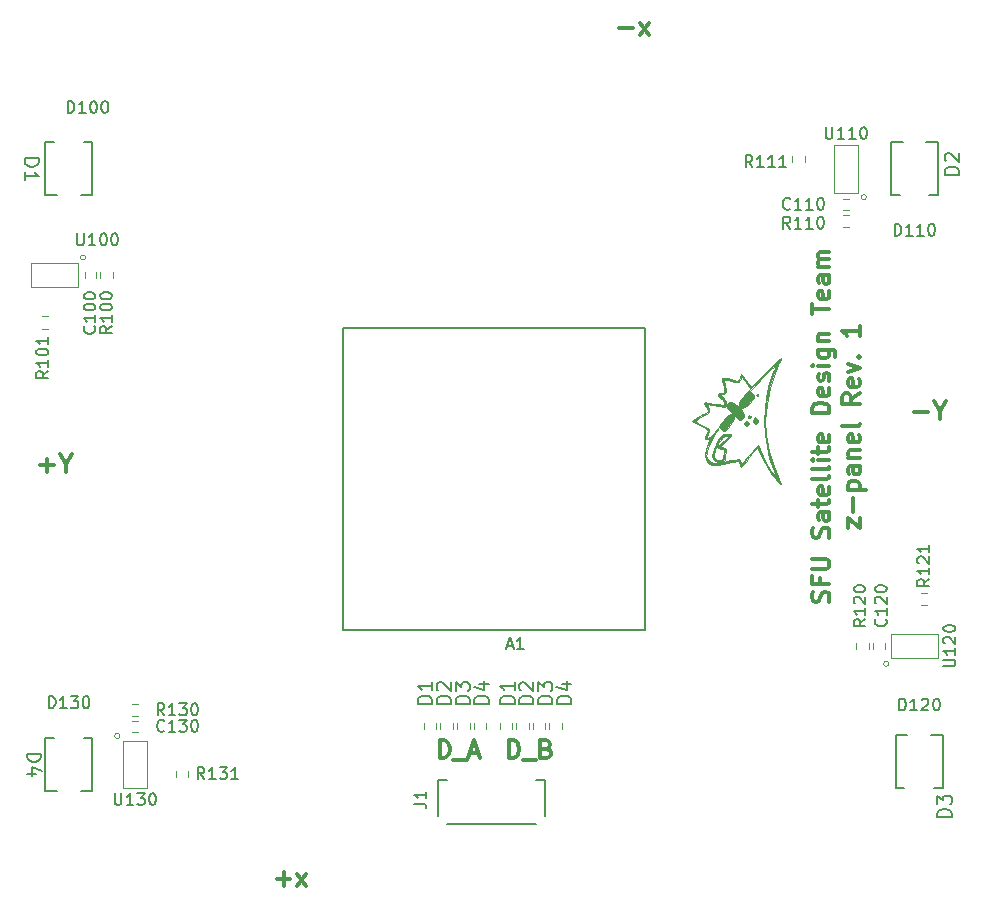
<source format=gbr>
G04 #@! TF.FileFunction,Legend,Top*
%FSLAX46Y46*%
G04 Gerber Fmt 4.6, Leading zero omitted, Abs format (unit mm)*
G04 Created by KiCad (PCBNEW 4.0.7-e2-6376~58~ubuntu16.04.1) date Mon Apr 23 10:52:02 2018*
%MOMM*%
%LPD*%
G01*
G04 APERTURE LIST*
%ADD10C,0.100000*%
%ADD11C,0.300000*%
%ADD12C,0.200000*%
%ADD13C,0.150000*%
%ADD14C,0.120000*%
%ADD15C,0.010000*%
G04 APERTURE END LIST*
D10*
D11*
X185785715Y-95607143D02*
X186928572Y-95607143D01*
X187928572Y-95464286D02*
X187928572Y-96178571D01*
X187428572Y-94678571D02*
X187928572Y-95464286D01*
X188428572Y-94678571D01*
X111785715Y-100107143D02*
X112928572Y-100107143D01*
X112357143Y-100678571D02*
X112357143Y-99535714D01*
X113928572Y-99964286D02*
X113928572Y-100678571D01*
X113428572Y-99178571D02*
X113928572Y-99964286D01*
X114428572Y-99178571D01*
X160821429Y-63107143D02*
X161964286Y-63107143D01*
X162535715Y-63678571D02*
X163321429Y-62678571D01*
X162535715Y-62678571D02*
X163321429Y-63678571D01*
X131821429Y-135107143D02*
X132964286Y-135107143D01*
X132392857Y-135678571D02*
X132392857Y-134535714D01*
X133535715Y-135678571D02*
X134321429Y-134678571D01*
X133535715Y-134678571D02*
X134321429Y-135678571D01*
X178532143Y-111657142D02*
X178603571Y-111442856D01*
X178603571Y-111085713D01*
X178532143Y-110942856D01*
X178460714Y-110871427D01*
X178317857Y-110799999D01*
X178175000Y-110799999D01*
X178032143Y-110871427D01*
X177960714Y-110942856D01*
X177889286Y-111085713D01*
X177817857Y-111371427D01*
X177746429Y-111514285D01*
X177675000Y-111585713D01*
X177532143Y-111657142D01*
X177389286Y-111657142D01*
X177246429Y-111585713D01*
X177175000Y-111514285D01*
X177103571Y-111371427D01*
X177103571Y-111014285D01*
X177175000Y-110799999D01*
X177817857Y-109657142D02*
X177817857Y-110157142D01*
X178603571Y-110157142D02*
X177103571Y-110157142D01*
X177103571Y-109442856D01*
X177103571Y-108871428D02*
X178317857Y-108871428D01*
X178460714Y-108800000D01*
X178532143Y-108728571D01*
X178603571Y-108585714D01*
X178603571Y-108300000D01*
X178532143Y-108157142D01*
X178460714Y-108085714D01*
X178317857Y-108014285D01*
X177103571Y-108014285D01*
X178532143Y-106228571D02*
X178603571Y-106014285D01*
X178603571Y-105657142D01*
X178532143Y-105514285D01*
X178460714Y-105442856D01*
X178317857Y-105371428D01*
X178175000Y-105371428D01*
X178032143Y-105442856D01*
X177960714Y-105514285D01*
X177889286Y-105657142D01*
X177817857Y-105942856D01*
X177746429Y-106085714D01*
X177675000Y-106157142D01*
X177532143Y-106228571D01*
X177389286Y-106228571D01*
X177246429Y-106157142D01*
X177175000Y-106085714D01*
X177103571Y-105942856D01*
X177103571Y-105585714D01*
X177175000Y-105371428D01*
X178603571Y-104085714D02*
X177817857Y-104085714D01*
X177675000Y-104157143D01*
X177603571Y-104300000D01*
X177603571Y-104585714D01*
X177675000Y-104728571D01*
X178532143Y-104085714D02*
X178603571Y-104228571D01*
X178603571Y-104585714D01*
X178532143Y-104728571D01*
X178389286Y-104800000D01*
X178246429Y-104800000D01*
X178103571Y-104728571D01*
X178032143Y-104585714D01*
X178032143Y-104228571D01*
X177960714Y-104085714D01*
X177603571Y-103585714D02*
X177603571Y-103014285D01*
X177103571Y-103371428D02*
X178389286Y-103371428D01*
X178532143Y-103300000D01*
X178603571Y-103157142D01*
X178603571Y-103014285D01*
X178532143Y-101942857D02*
X178603571Y-102085714D01*
X178603571Y-102371428D01*
X178532143Y-102514285D01*
X178389286Y-102585714D01*
X177817857Y-102585714D01*
X177675000Y-102514285D01*
X177603571Y-102371428D01*
X177603571Y-102085714D01*
X177675000Y-101942857D01*
X177817857Y-101871428D01*
X177960714Y-101871428D01*
X178103571Y-102585714D01*
X178603571Y-101014285D02*
X178532143Y-101157143D01*
X178389286Y-101228571D01*
X177103571Y-101228571D01*
X178603571Y-100228571D02*
X178532143Y-100371429D01*
X178389286Y-100442857D01*
X177103571Y-100442857D01*
X178603571Y-99657143D02*
X177603571Y-99657143D01*
X177103571Y-99657143D02*
X177175000Y-99728572D01*
X177246429Y-99657143D01*
X177175000Y-99585715D01*
X177103571Y-99657143D01*
X177246429Y-99657143D01*
X177603571Y-99157143D02*
X177603571Y-98585714D01*
X177103571Y-98942857D02*
X178389286Y-98942857D01*
X178532143Y-98871429D01*
X178603571Y-98728571D01*
X178603571Y-98585714D01*
X178532143Y-97514286D02*
X178603571Y-97657143D01*
X178603571Y-97942857D01*
X178532143Y-98085714D01*
X178389286Y-98157143D01*
X177817857Y-98157143D01*
X177675000Y-98085714D01*
X177603571Y-97942857D01*
X177603571Y-97657143D01*
X177675000Y-97514286D01*
X177817857Y-97442857D01*
X177960714Y-97442857D01*
X178103571Y-98157143D01*
X178603571Y-95657143D02*
X177103571Y-95657143D01*
X177103571Y-95300000D01*
X177175000Y-95085715D01*
X177317857Y-94942857D01*
X177460714Y-94871429D01*
X177746429Y-94800000D01*
X177960714Y-94800000D01*
X178246429Y-94871429D01*
X178389286Y-94942857D01*
X178532143Y-95085715D01*
X178603571Y-95300000D01*
X178603571Y-95657143D01*
X178532143Y-93585715D02*
X178603571Y-93728572D01*
X178603571Y-94014286D01*
X178532143Y-94157143D01*
X178389286Y-94228572D01*
X177817857Y-94228572D01*
X177675000Y-94157143D01*
X177603571Y-94014286D01*
X177603571Y-93728572D01*
X177675000Y-93585715D01*
X177817857Y-93514286D01*
X177960714Y-93514286D01*
X178103571Y-94228572D01*
X178532143Y-92942858D02*
X178603571Y-92800001D01*
X178603571Y-92514286D01*
X178532143Y-92371429D01*
X178389286Y-92300001D01*
X178317857Y-92300001D01*
X178175000Y-92371429D01*
X178103571Y-92514286D01*
X178103571Y-92728572D01*
X178032143Y-92871429D01*
X177889286Y-92942858D01*
X177817857Y-92942858D01*
X177675000Y-92871429D01*
X177603571Y-92728572D01*
X177603571Y-92514286D01*
X177675000Y-92371429D01*
X178603571Y-91657143D02*
X177603571Y-91657143D01*
X177103571Y-91657143D02*
X177175000Y-91728572D01*
X177246429Y-91657143D01*
X177175000Y-91585715D01*
X177103571Y-91657143D01*
X177246429Y-91657143D01*
X177603571Y-90300000D02*
X178817857Y-90300000D01*
X178960714Y-90371429D01*
X179032143Y-90442857D01*
X179103571Y-90585714D01*
X179103571Y-90800000D01*
X179032143Y-90942857D01*
X178532143Y-90300000D02*
X178603571Y-90442857D01*
X178603571Y-90728571D01*
X178532143Y-90871429D01*
X178460714Y-90942857D01*
X178317857Y-91014286D01*
X177889286Y-91014286D01*
X177746429Y-90942857D01*
X177675000Y-90871429D01*
X177603571Y-90728571D01*
X177603571Y-90442857D01*
X177675000Y-90300000D01*
X177603571Y-89585714D02*
X178603571Y-89585714D01*
X177746429Y-89585714D02*
X177675000Y-89514286D01*
X177603571Y-89371428D01*
X177603571Y-89157143D01*
X177675000Y-89014286D01*
X177817857Y-88942857D01*
X178603571Y-88942857D01*
X177103571Y-87300000D02*
X177103571Y-86442857D01*
X178603571Y-86871428D02*
X177103571Y-86871428D01*
X178532143Y-85371429D02*
X178603571Y-85514286D01*
X178603571Y-85800000D01*
X178532143Y-85942857D01*
X178389286Y-86014286D01*
X177817857Y-86014286D01*
X177675000Y-85942857D01*
X177603571Y-85800000D01*
X177603571Y-85514286D01*
X177675000Y-85371429D01*
X177817857Y-85300000D01*
X177960714Y-85300000D01*
X178103571Y-86014286D01*
X178603571Y-84014286D02*
X177817857Y-84014286D01*
X177675000Y-84085715D01*
X177603571Y-84228572D01*
X177603571Y-84514286D01*
X177675000Y-84657143D01*
X178532143Y-84014286D02*
X178603571Y-84157143D01*
X178603571Y-84514286D01*
X178532143Y-84657143D01*
X178389286Y-84728572D01*
X178246429Y-84728572D01*
X178103571Y-84657143D01*
X178032143Y-84514286D01*
X178032143Y-84157143D01*
X177960714Y-84014286D01*
X178603571Y-83300000D02*
X177603571Y-83300000D01*
X177746429Y-83300000D02*
X177675000Y-83228572D01*
X177603571Y-83085714D01*
X177603571Y-82871429D01*
X177675000Y-82728572D01*
X177817857Y-82657143D01*
X178603571Y-82657143D01*
X177817857Y-82657143D02*
X177675000Y-82585714D01*
X177603571Y-82442857D01*
X177603571Y-82228572D01*
X177675000Y-82085714D01*
X177817857Y-82014286D01*
X178603571Y-82014286D01*
X180153571Y-105371428D02*
X180153571Y-104585714D01*
X181153571Y-105371428D01*
X181153571Y-104585714D01*
X180582143Y-104014285D02*
X180582143Y-102871428D01*
X180153571Y-102157142D02*
X181653571Y-102157142D01*
X180225000Y-102157142D02*
X180153571Y-102014285D01*
X180153571Y-101728571D01*
X180225000Y-101585714D01*
X180296429Y-101514285D01*
X180439286Y-101442856D01*
X180867857Y-101442856D01*
X181010714Y-101514285D01*
X181082143Y-101585714D01*
X181153571Y-101728571D01*
X181153571Y-102014285D01*
X181082143Y-102157142D01*
X181153571Y-100157142D02*
X180367857Y-100157142D01*
X180225000Y-100228571D01*
X180153571Y-100371428D01*
X180153571Y-100657142D01*
X180225000Y-100799999D01*
X181082143Y-100157142D02*
X181153571Y-100299999D01*
X181153571Y-100657142D01*
X181082143Y-100799999D01*
X180939286Y-100871428D01*
X180796429Y-100871428D01*
X180653571Y-100799999D01*
X180582143Y-100657142D01*
X180582143Y-100299999D01*
X180510714Y-100157142D01*
X180153571Y-99442856D02*
X181153571Y-99442856D01*
X180296429Y-99442856D02*
X180225000Y-99371428D01*
X180153571Y-99228570D01*
X180153571Y-99014285D01*
X180225000Y-98871428D01*
X180367857Y-98799999D01*
X181153571Y-98799999D01*
X181082143Y-97514285D02*
X181153571Y-97657142D01*
X181153571Y-97942856D01*
X181082143Y-98085713D01*
X180939286Y-98157142D01*
X180367857Y-98157142D01*
X180225000Y-98085713D01*
X180153571Y-97942856D01*
X180153571Y-97657142D01*
X180225000Y-97514285D01*
X180367857Y-97442856D01*
X180510714Y-97442856D01*
X180653571Y-98157142D01*
X181153571Y-96585713D02*
X181082143Y-96728571D01*
X180939286Y-96799999D01*
X179653571Y-96799999D01*
X181153571Y-94014285D02*
X180439286Y-94514285D01*
X181153571Y-94871428D02*
X179653571Y-94871428D01*
X179653571Y-94300000D01*
X179725000Y-94157142D01*
X179796429Y-94085714D01*
X179939286Y-94014285D01*
X180153571Y-94014285D01*
X180296429Y-94085714D01*
X180367857Y-94157142D01*
X180439286Y-94300000D01*
X180439286Y-94871428D01*
X181082143Y-92800000D02*
X181153571Y-92942857D01*
X181153571Y-93228571D01*
X181082143Y-93371428D01*
X180939286Y-93442857D01*
X180367857Y-93442857D01*
X180225000Y-93371428D01*
X180153571Y-93228571D01*
X180153571Y-92942857D01*
X180225000Y-92800000D01*
X180367857Y-92728571D01*
X180510714Y-92728571D01*
X180653571Y-93442857D01*
X180153571Y-92228571D02*
X181153571Y-91871428D01*
X180153571Y-91514286D01*
X181010714Y-90942857D02*
X181082143Y-90871429D01*
X181153571Y-90942857D01*
X181082143Y-91014286D01*
X181010714Y-90942857D01*
X181153571Y-90942857D01*
X181153571Y-88300000D02*
X181153571Y-89157143D01*
X181153571Y-88728571D02*
X179653571Y-88728571D01*
X179867857Y-88871428D01*
X180010714Y-89014286D01*
X180082143Y-89157143D01*
D12*
X110657143Y-124514286D02*
X111857143Y-124514286D01*
X111857143Y-124800001D01*
X111800000Y-124971429D01*
X111685714Y-125085715D01*
X111571429Y-125142858D01*
X111342857Y-125200001D01*
X111171429Y-125200001D01*
X110942857Y-125142858D01*
X110828571Y-125085715D01*
X110714286Y-124971429D01*
X110657143Y-124800001D01*
X110657143Y-124514286D01*
X111457143Y-126228572D02*
X110657143Y-126228572D01*
X111914286Y-125942858D02*
X111057143Y-125657143D01*
X111057143Y-126400001D01*
X188942857Y-129885714D02*
X187742857Y-129885714D01*
X187742857Y-129599999D01*
X187800000Y-129428571D01*
X187914286Y-129314285D01*
X188028571Y-129257142D01*
X188257143Y-129199999D01*
X188428571Y-129199999D01*
X188657143Y-129257142D01*
X188771429Y-129314285D01*
X188885714Y-129428571D01*
X188942857Y-129599999D01*
X188942857Y-129885714D01*
X187742857Y-128799999D02*
X187742857Y-128057142D01*
X188200000Y-128457142D01*
X188200000Y-128285714D01*
X188257143Y-128171428D01*
X188314286Y-128114285D01*
X188428571Y-128057142D01*
X188714286Y-128057142D01*
X188828571Y-128114285D01*
X188885714Y-128171428D01*
X188942857Y-128285714D01*
X188942857Y-128628571D01*
X188885714Y-128742857D01*
X188828571Y-128799999D01*
X189542857Y-75485714D02*
X188342857Y-75485714D01*
X188342857Y-75199999D01*
X188400000Y-75028571D01*
X188514286Y-74914285D01*
X188628571Y-74857142D01*
X188857143Y-74799999D01*
X189028571Y-74799999D01*
X189257143Y-74857142D01*
X189371429Y-74914285D01*
X189485714Y-75028571D01*
X189542857Y-75199999D01*
X189542857Y-75485714D01*
X188457143Y-74342857D02*
X188400000Y-74285714D01*
X188342857Y-74171428D01*
X188342857Y-73885714D01*
X188400000Y-73771428D01*
X188457143Y-73714285D01*
X188571429Y-73657142D01*
X188685714Y-73657142D01*
X188857143Y-73714285D01*
X189542857Y-74399999D01*
X189542857Y-73657142D01*
X110457143Y-74114286D02*
X111657143Y-74114286D01*
X111657143Y-74400001D01*
X111600000Y-74571429D01*
X111485714Y-74685715D01*
X111371429Y-74742858D01*
X111142857Y-74800001D01*
X110971429Y-74800001D01*
X110742857Y-74742858D01*
X110628571Y-74685715D01*
X110514286Y-74571429D01*
X110457143Y-74400001D01*
X110457143Y-74114286D01*
X110457143Y-75942858D02*
X110457143Y-75257143D01*
X110457143Y-75600001D02*
X111657143Y-75600001D01*
X111485714Y-75485715D01*
X111371429Y-75371429D01*
X111314286Y-75257143D01*
X156742857Y-120285714D02*
X155542857Y-120285714D01*
X155542857Y-119999999D01*
X155600000Y-119828571D01*
X155714286Y-119714285D01*
X155828571Y-119657142D01*
X156057143Y-119599999D01*
X156228571Y-119599999D01*
X156457143Y-119657142D01*
X156571429Y-119714285D01*
X156685714Y-119828571D01*
X156742857Y-119999999D01*
X156742857Y-120285714D01*
X155942857Y-118571428D02*
X156742857Y-118571428D01*
X155485714Y-118857142D02*
X156342857Y-119142857D01*
X156342857Y-118399999D01*
X155142857Y-120285714D02*
X153942857Y-120285714D01*
X153942857Y-119999999D01*
X154000000Y-119828571D01*
X154114286Y-119714285D01*
X154228571Y-119657142D01*
X154457143Y-119599999D01*
X154628571Y-119599999D01*
X154857143Y-119657142D01*
X154971429Y-119714285D01*
X155085714Y-119828571D01*
X155142857Y-119999999D01*
X155142857Y-120285714D01*
X153942857Y-119199999D02*
X153942857Y-118457142D01*
X154400000Y-118857142D01*
X154400000Y-118685714D01*
X154457143Y-118571428D01*
X154514286Y-118514285D01*
X154628571Y-118457142D01*
X154914286Y-118457142D01*
X155028571Y-118514285D01*
X155085714Y-118571428D01*
X155142857Y-118685714D01*
X155142857Y-119028571D01*
X155085714Y-119142857D01*
X155028571Y-119199999D01*
X153542857Y-120285714D02*
X152342857Y-120285714D01*
X152342857Y-119999999D01*
X152400000Y-119828571D01*
X152514286Y-119714285D01*
X152628571Y-119657142D01*
X152857143Y-119599999D01*
X153028571Y-119599999D01*
X153257143Y-119657142D01*
X153371429Y-119714285D01*
X153485714Y-119828571D01*
X153542857Y-119999999D01*
X153542857Y-120285714D01*
X152457143Y-119142857D02*
X152400000Y-119085714D01*
X152342857Y-118971428D01*
X152342857Y-118685714D01*
X152400000Y-118571428D01*
X152457143Y-118514285D01*
X152571429Y-118457142D01*
X152685714Y-118457142D01*
X152857143Y-118514285D01*
X153542857Y-119199999D01*
X153542857Y-118457142D01*
X151942857Y-120285714D02*
X150742857Y-120285714D01*
X150742857Y-119999999D01*
X150800000Y-119828571D01*
X150914286Y-119714285D01*
X151028571Y-119657142D01*
X151257143Y-119599999D01*
X151428571Y-119599999D01*
X151657143Y-119657142D01*
X151771429Y-119714285D01*
X151885714Y-119828571D01*
X151942857Y-119999999D01*
X151942857Y-120285714D01*
X151942857Y-118457142D02*
X151942857Y-119142857D01*
X151942857Y-118799999D02*
X150742857Y-118799999D01*
X150914286Y-118914285D01*
X151028571Y-119028571D01*
X151085714Y-119142857D01*
X149742857Y-120285714D02*
X148542857Y-120285714D01*
X148542857Y-119999999D01*
X148600000Y-119828571D01*
X148714286Y-119714285D01*
X148828571Y-119657142D01*
X149057143Y-119599999D01*
X149228571Y-119599999D01*
X149457143Y-119657142D01*
X149571429Y-119714285D01*
X149685714Y-119828571D01*
X149742857Y-119999999D01*
X149742857Y-120285714D01*
X148942857Y-118571428D02*
X149742857Y-118571428D01*
X148485714Y-118857142D02*
X149342857Y-119142857D01*
X149342857Y-118399999D01*
X148142857Y-120285714D02*
X146942857Y-120285714D01*
X146942857Y-119999999D01*
X147000000Y-119828571D01*
X147114286Y-119714285D01*
X147228571Y-119657142D01*
X147457143Y-119599999D01*
X147628571Y-119599999D01*
X147857143Y-119657142D01*
X147971429Y-119714285D01*
X148085714Y-119828571D01*
X148142857Y-119999999D01*
X148142857Y-120285714D01*
X146942857Y-119199999D02*
X146942857Y-118457142D01*
X147400000Y-118857142D01*
X147400000Y-118685714D01*
X147457143Y-118571428D01*
X147514286Y-118514285D01*
X147628571Y-118457142D01*
X147914286Y-118457142D01*
X148028571Y-118514285D01*
X148085714Y-118571428D01*
X148142857Y-118685714D01*
X148142857Y-119028571D01*
X148085714Y-119142857D01*
X148028571Y-119199999D01*
X146542857Y-120285714D02*
X145342857Y-120285714D01*
X145342857Y-119999999D01*
X145400000Y-119828571D01*
X145514286Y-119714285D01*
X145628571Y-119657142D01*
X145857143Y-119599999D01*
X146028571Y-119599999D01*
X146257143Y-119657142D01*
X146371429Y-119714285D01*
X146485714Y-119828571D01*
X146542857Y-119999999D01*
X146542857Y-120285714D01*
X145457143Y-119142857D02*
X145400000Y-119085714D01*
X145342857Y-118971428D01*
X145342857Y-118685714D01*
X145400000Y-118571428D01*
X145457143Y-118514285D01*
X145571429Y-118457142D01*
X145685714Y-118457142D01*
X145857143Y-118514285D01*
X146542857Y-119199999D01*
X146542857Y-118457142D01*
X144942857Y-120285714D02*
X143742857Y-120285714D01*
X143742857Y-119999999D01*
X143800000Y-119828571D01*
X143914286Y-119714285D01*
X144028571Y-119657142D01*
X144257143Y-119599999D01*
X144428571Y-119599999D01*
X144657143Y-119657142D01*
X144771429Y-119714285D01*
X144885714Y-119828571D01*
X144942857Y-119999999D01*
X144942857Y-120285714D01*
X144942857Y-118457142D02*
X144942857Y-119142857D01*
X144942857Y-118799999D02*
X143742857Y-118799999D01*
X143914286Y-118914285D01*
X144028571Y-119028571D01*
X144085714Y-119142857D01*
D11*
X151485715Y-124878571D02*
X151485715Y-123378571D01*
X151842858Y-123378571D01*
X152057143Y-123450000D01*
X152200001Y-123592857D01*
X152271429Y-123735714D01*
X152342858Y-124021429D01*
X152342858Y-124235714D01*
X152271429Y-124521429D01*
X152200001Y-124664286D01*
X152057143Y-124807143D01*
X151842858Y-124878571D01*
X151485715Y-124878571D01*
X152628572Y-125021429D02*
X153771429Y-125021429D01*
X154628572Y-124092857D02*
X154842858Y-124164286D01*
X154914286Y-124235714D01*
X154985715Y-124378571D01*
X154985715Y-124592857D01*
X154914286Y-124735714D01*
X154842858Y-124807143D01*
X154700000Y-124878571D01*
X154128572Y-124878571D01*
X154128572Y-123378571D01*
X154628572Y-123378571D01*
X154771429Y-123450000D01*
X154842858Y-123521429D01*
X154914286Y-123664286D01*
X154914286Y-123807143D01*
X154842858Y-123950000D01*
X154771429Y-124021429D01*
X154628572Y-124092857D01*
X154128572Y-124092857D01*
X145592858Y-124878571D02*
X145592858Y-123378571D01*
X145950001Y-123378571D01*
X146164286Y-123450000D01*
X146307144Y-123592857D01*
X146378572Y-123735714D01*
X146450001Y-124021429D01*
X146450001Y-124235714D01*
X146378572Y-124521429D01*
X146307144Y-124664286D01*
X146164286Y-124807143D01*
X145950001Y-124878571D01*
X145592858Y-124878571D01*
X146735715Y-125021429D02*
X147878572Y-125021429D01*
X148164286Y-124450000D02*
X148878572Y-124450000D01*
X148021429Y-124878571D02*
X148521429Y-123378571D01*
X149021429Y-124878571D01*
D13*
X146250000Y-130500000D02*
X153750000Y-130500000D01*
X145500000Y-126750000D02*
X145500000Y-129750000D01*
X146250000Y-126750000D02*
X145500000Y-126750000D01*
X154500000Y-126750000D02*
X154500000Y-129750000D01*
X154250000Y-126750000D02*
X154500000Y-126750000D01*
X154000000Y-126750000D02*
X154250000Y-126750000D01*
X153750000Y-126750000D02*
X154000000Y-126750000D01*
X163000000Y-88450000D02*
X137400000Y-88450000D01*
X163000000Y-114050000D02*
X163000000Y-88450000D01*
X137400000Y-88450000D02*
X137400000Y-114050000D01*
X137400000Y-114050000D02*
X163000000Y-114050000D01*
D14*
X115530000Y-83750000D02*
X115530000Y-84250000D01*
X116470000Y-84250000D02*
X116470000Y-83750000D01*
X180250000Y-77530000D02*
X179750000Y-77530000D01*
X179750000Y-78470000D02*
X180250000Y-78470000D01*
X183270000Y-115650000D02*
X183270000Y-115150000D01*
X182330000Y-115150000D02*
X182330000Y-115650000D01*
X119550000Y-122670000D02*
X120050000Y-122670000D01*
X120050000Y-121730000D02*
X119550000Y-121730000D01*
D13*
X115450000Y-72750000D02*
X116200000Y-72750000D01*
X112200000Y-72750000D02*
X112950000Y-72750000D01*
X113200000Y-77250000D02*
X112200000Y-77250000D01*
X116200000Y-77250000D02*
X115200000Y-77250000D01*
X112200000Y-77250000D02*
X112200000Y-72750000D01*
X116200000Y-77250000D02*
X116200000Y-72750000D01*
X184550000Y-77250000D02*
X183800000Y-77250000D01*
X187800000Y-77250000D02*
X187050000Y-77250000D01*
X186800000Y-72750000D02*
X187800000Y-72750000D01*
X183800000Y-72750000D02*
X184800000Y-72750000D01*
X187800000Y-72750000D02*
X187800000Y-77250000D01*
X183800000Y-72750000D02*
X183800000Y-77250000D01*
X184950000Y-127450000D02*
X184200000Y-127450000D01*
X188200000Y-127450000D02*
X187450000Y-127450000D01*
X187200000Y-122950000D02*
X188200000Y-122950000D01*
X184200000Y-122950000D02*
X185200000Y-122950000D01*
X188200000Y-122950000D02*
X188200000Y-127450000D01*
X184200000Y-122950000D02*
X184200000Y-127450000D01*
X115450000Y-123150000D02*
X116200000Y-123150000D01*
X112200000Y-123150000D02*
X112950000Y-123150000D01*
X113200000Y-127650000D02*
X112200000Y-127650000D01*
X116200000Y-127650000D02*
X115200000Y-127650000D01*
X112200000Y-127650000D02*
X112200000Y-123150000D01*
X116200000Y-127650000D02*
X116200000Y-123150000D01*
D14*
X116870000Y-83750000D02*
X116870000Y-84250000D01*
X117930000Y-84250000D02*
X117930000Y-83750000D01*
X111950000Y-88530000D02*
X112450000Y-88530000D01*
X112450000Y-87470000D02*
X111950000Y-87470000D01*
X180250000Y-78870000D02*
X179750000Y-78870000D01*
X179750000Y-79930000D02*
X180250000Y-79930000D01*
X175470000Y-73950000D02*
X175470000Y-74450000D01*
X176530000Y-74450000D02*
X176530000Y-73950000D01*
X181930000Y-115650000D02*
X181930000Y-115150000D01*
X180870000Y-115150000D02*
X180870000Y-115650000D01*
X186850000Y-110870000D02*
X186350000Y-110870000D01*
X186350000Y-111930000D02*
X186850000Y-111930000D01*
X119550000Y-121330000D02*
X120050000Y-121330000D01*
X120050000Y-120270000D02*
X119550000Y-120270000D01*
X124330000Y-126450000D02*
X124330000Y-125950000D01*
X123270000Y-125950000D02*
X123270000Y-126450000D01*
X145330000Y-122450000D02*
X145330000Y-121950000D01*
X144270000Y-121950000D02*
X144270000Y-122450000D01*
X151730000Y-122450000D02*
X151730000Y-121950000D01*
X150670000Y-121950000D02*
X150670000Y-122450000D01*
X146730000Y-122450000D02*
X146730000Y-121950000D01*
X145670000Y-121950000D02*
X145670000Y-122450000D01*
X153130000Y-122450000D02*
X153130000Y-121950000D01*
X152070000Y-121950000D02*
X152070000Y-122450000D01*
X148130000Y-122450000D02*
X148130000Y-121950000D01*
X147070000Y-121950000D02*
X147070000Y-122450000D01*
X154530000Y-122450000D02*
X154530000Y-121950000D01*
X153470000Y-121950000D02*
X153470000Y-122450000D01*
X149530000Y-122450000D02*
X149530000Y-121950000D01*
X148470000Y-121950000D02*
X148470000Y-122450000D01*
X155930000Y-122450000D02*
X155930000Y-121950000D01*
X154870000Y-121950000D02*
X154870000Y-122450000D01*
D15*
G36*
X167059689Y-96256464D02*
X167245070Y-96138590D01*
X167510617Y-95988642D01*
X167603833Y-95939005D01*
X167896523Y-95782608D01*
X168130473Y-95652622D01*
X168265485Y-95571536D01*
X168280127Y-95560620D01*
X168282612Y-95458887D01*
X168214229Y-95270576D01*
X168174293Y-95190613D01*
X168069287Y-94978783D01*
X168010520Y-94829352D01*
X168006000Y-94804285D01*
X168080781Y-94775941D01*
X168272818Y-94782452D01*
X168429333Y-94803978D01*
X168789116Y-94865205D01*
X169169255Y-94929921D01*
X169269692Y-94947025D01*
X169522330Y-94981926D01*
X169655608Y-94969912D01*
X169714915Y-94903212D01*
X169725708Y-94868952D01*
X169691060Y-94703909D01*
X169536252Y-94501283D01*
X169520349Y-94485754D01*
X169368826Y-94358183D01*
X169281559Y-94318697D01*
X169273425Y-94330993D01*
X169237892Y-94334416D01*
X169178909Y-94252084D01*
X169148791Y-94088568D01*
X169269044Y-93982667D01*
X169511749Y-93945963D01*
X169622450Y-93933763D01*
X169671935Y-93871182D01*
X169672997Y-93716322D01*
X169647882Y-93500166D01*
X169600462Y-93203123D01*
X169544186Y-92946832D01*
X169516473Y-92855729D01*
X169479915Y-92722142D01*
X169534949Y-92679043D01*
X169718909Y-92697218D01*
X169719007Y-92697232D01*
X169965838Y-92745307D01*
X170279889Y-92820548D01*
X170436443Y-92862635D01*
X170877220Y-92986596D01*
X170993683Y-92694602D01*
X171110145Y-92402608D01*
X171523889Y-92898471D01*
X171725246Y-93140489D01*
X171880918Y-93328904D01*
X171962043Y-93428751D01*
X171966523Y-93434651D01*
X172031204Y-93389009D01*
X172195423Y-93238455D01*
X172441456Y-93000235D01*
X172751579Y-92691596D01*
X173108067Y-92329787D01*
X173219457Y-92215457D01*
X173587147Y-91841305D01*
X173914979Y-91515684D01*
X174184975Y-91255799D01*
X174379153Y-91078856D01*
X174479535Y-91002060D01*
X174488566Y-91001011D01*
X174480697Y-91096191D01*
X174405013Y-91276414D01*
X174375986Y-91331204D01*
X174269962Y-91545812D01*
X174130247Y-91859087D01*
X173983222Y-92211373D01*
X173950345Y-92293666D01*
X173532605Y-93575810D01*
X173277200Y-94889689D01*
X173183650Y-96220514D01*
X173251474Y-97553495D01*
X173480191Y-98873843D01*
X173869321Y-100166768D01*
X174234779Y-101043047D01*
X174369528Y-101338542D01*
X174470137Y-101573155D01*
X174519533Y-101706606D01*
X174521861Y-101720380D01*
X174468948Y-101693512D01*
X174334502Y-101567875D01*
X174170510Y-101395333D01*
X174003791Y-101190597D01*
X174003791Y-101005963D01*
X174018656Y-100963227D01*
X173975222Y-100799750D01*
X173882850Y-100550019D01*
X173874416Y-100529277D01*
X173726173Y-100139258D01*
X173577457Y-99704781D01*
X173498160Y-99448000D01*
X173278799Y-98489774D01*
X173139034Y-97440108D01*
X173082181Y-96358500D01*
X173111553Y-95304445D01*
X173217554Y-94410333D01*
X173303378Y-94008515D01*
X173435745Y-93503323D01*
X173598341Y-92948619D01*
X173774848Y-92398264D01*
X173948951Y-91906117D01*
X174062881Y-91619866D01*
X174030353Y-91624348D01*
X173897563Y-91735807D01*
X173681106Y-91938668D01*
X173397575Y-92217356D01*
X173063563Y-92556296D01*
X173046671Y-92573684D01*
X171959692Y-93693302D01*
X171812183Y-93459151D01*
X171660823Y-93243413D01*
X171465609Y-92994616D01*
X171410103Y-92928666D01*
X171155531Y-92632333D01*
X171048842Y-92865166D01*
X170983249Y-92998583D01*
X170912343Y-93068929D01*
X170795948Y-93081076D01*
X170593886Y-93039891D01*
X170290542Y-92957069D01*
X170017049Y-92891630D01*
X169811982Y-92862208D01*
X169727897Y-92871881D01*
X169714466Y-92978612D01*
X169738241Y-93195572D01*
X169776196Y-93392535D01*
X169834404Y-93719724D01*
X169824636Y-93916424D01*
X169739924Y-94010103D01*
X169614666Y-94029333D01*
X169448697Y-94064220D01*
X169430569Y-94171374D01*
X169560600Y-94354534D01*
X169650320Y-94446192D01*
X169821298Y-94627868D01*
X169884295Y-94761548D01*
X169862270Y-94906605D01*
X169845968Y-94952141D01*
X169758551Y-95183734D01*
X169157442Y-95073030D01*
X168828798Y-95011151D01*
X168543544Y-94955066D01*
X168363101Y-94916853D01*
X168362376Y-94916682D01*
X168235983Y-94895234D01*
X168214034Y-94942274D01*
X168284785Y-95096017D01*
X168298876Y-95123315D01*
X168395337Y-95344469D01*
X168404513Y-95511325D01*
X168308238Y-95656629D01*
X168088345Y-95813129D01*
X167838104Y-95953921D01*
X167561188Y-96109964D01*
X167353327Y-96239647D01*
X167250517Y-96320124D01*
X167245437Y-96330104D01*
X167314745Y-96392877D01*
X167499105Y-96506120D01*
X167760913Y-96647025D01*
X167803811Y-96668771D01*
X168082667Y-96820661D01*
X168297115Y-96959197D01*
X168404945Y-97056800D01*
X168408489Y-97063862D01*
X168403911Y-97209769D01*
X168334995Y-97423451D01*
X168315714Y-97466029D01*
X168232324Y-97653983D01*
X168228928Y-97735261D01*
X168309271Y-97754380D01*
X168339989Y-97754666D01*
X168512354Y-97709556D01*
X168687573Y-97558369D01*
X168891417Y-97277320D01*
X168938698Y-97202125D01*
X169061781Y-97025431D01*
X169149575Y-96939841D01*
X169166819Y-96939930D01*
X169145436Y-97025638D01*
X169047569Y-97204272D01*
X168939584Y-97370395D01*
X168634226Y-97874466D01*
X168392940Y-98392640D01*
X168239798Y-98870030D01*
X168208639Y-99037087D01*
X168190132Y-99301516D01*
X168239206Y-99485691D01*
X168361447Y-99654927D01*
X168544126Y-99816917D01*
X168777599Y-99903390D01*
X168994814Y-99934255D01*
X169284537Y-99942578D01*
X169455625Y-99905072D01*
X169481063Y-99882018D01*
X169479233Y-99822357D01*
X169417281Y-99835235D01*
X169264979Y-99834742D01*
X169244921Y-99829323D01*
X169244921Y-99649159D01*
X169459708Y-99643856D01*
X169564046Y-99580193D01*
X169616185Y-99414458D01*
X169625820Y-99363333D01*
X169669577Y-99032659D01*
X169647281Y-98830834D01*
X169550698Y-98727547D01*
X169445333Y-98699054D01*
X169240773Y-98644329D01*
X169137807Y-98589380D01*
X169137807Y-98406696D01*
X169216747Y-98375436D01*
X169387845Y-98253633D01*
X169618443Y-98065178D01*
X169691971Y-98001304D01*
X169925829Y-97790406D01*
X170097019Y-97626302D01*
X170176924Y-97536767D01*
X170178893Y-97528671D01*
X170090758Y-97533595D01*
X169902602Y-97575474D01*
X169853283Y-97588696D01*
X169567421Y-97735478D01*
X169322535Y-98017504D01*
X169198640Y-98225067D01*
X169136740Y-98370479D01*
X169137807Y-98406696D01*
X169137807Y-98589380D01*
X169131893Y-98586223D01*
X169042836Y-98577379D01*
X168946570Y-98711353D01*
X168899060Y-98816342D01*
X168784790Y-99178585D01*
X168795428Y-99431683D01*
X168934813Y-99584880D01*
X169206783Y-99647419D01*
X169244921Y-99649159D01*
X169244921Y-99829323D01*
X169042051Y-99774505D01*
X168989550Y-99753919D01*
X168791648Y-99654196D01*
X168704463Y-99533215D01*
X168683513Y-99322214D01*
X168683333Y-99280572D01*
X168736090Y-98964697D01*
X168882486Y-98563011D01*
X169104710Y-98117186D01*
X169351191Y-97717990D01*
X169500307Y-97550427D01*
X169694327Y-97466487D01*
X169905933Y-97437290D01*
X170152439Y-97433270D01*
X170268778Y-97481059D01*
X170253083Y-97592237D01*
X170103488Y-97778385D01*
X169818128Y-98051085D01*
X169805166Y-98062783D01*
X169560633Y-98286098D01*
X169437210Y-98425222D01*
X169432051Y-98511326D01*
X169542310Y-98575580D01*
X169751989Y-98644970D01*
X169841743Y-98716331D01*
X169846382Y-98876368D01*
X169830103Y-98962470D01*
X169774715Y-99247271D01*
X169725201Y-99544625D01*
X169679507Y-99852916D01*
X170299921Y-99682794D01*
X170622907Y-99605402D01*
X170848864Y-99574098D01*
X170946917Y-99593050D01*
X170947887Y-99595329D01*
X171017158Y-99726984D01*
X171083765Y-99826130D01*
X171138584Y-99876096D01*
X171209383Y-99868575D01*
X171315859Y-99786503D01*
X171477711Y-99612818D01*
X171714637Y-99330458D01*
X171856035Y-99157193D01*
X172111946Y-98852472D01*
X172331335Y-98610372D01*
X172492339Y-98453666D01*
X172573097Y-98405124D01*
X172576026Y-98407223D01*
X172631274Y-98513943D01*
X172726644Y-98735511D01*
X172843401Y-99028000D01*
X172867106Y-99089665D01*
X172999174Y-99392056D01*
X173179086Y-99746496D01*
X173385071Y-100116282D01*
X173595359Y-100464711D01*
X173788180Y-100755083D01*
X173941763Y-100950694D01*
X174003791Y-101005963D01*
X174003791Y-101190597D01*
X173771716Y-100905600D01*
X173379916Y-100331027D01*
X173036101Y-99736669D01*
X172784360Y-99195499D01*
X172666784Y-98911909D01*
X172568117Y-98702985D01*
X172506818Y-98607217D01*
X172501124Y-98604969D01*
X172432506Y-98669173D01*
X172282557Y-98841366D01*
X172073303Y-99095404D01*
X171826768Y-99405143D01*
X171823508Y-99409303D01*
X171522594Y-99785927D01*
X171307355Y-100035453D01*
X171165523Y-100168919D01*
X171084831Y-100197364D01*
X171053013Y-100131825D01*
X171051307Y-100104166D01*
X171001306Y-99955214D01*
X170934202Y-99847517D01*
X170830477Y-99754157D01*
X170683446Y-99739824D01*
X170492395Y-99778409D01*
X170231453Y-99843649D01*
X169890060Y-99929151D01*
X169614667Y-99998208D01*
X169084568Y-100077034D01*
X168660905Y-100027536D01*
X168350302Y-99858179D01*
X168159386Y-99577431D01*
X168094783Y-99193757D01*
X168163118Y-98715625D01*
X168298737Y-98316704D01*
X168502788Y-97820409D01*
X168254394Y-97870088D01*
X168091707Y-97896861D01*
X168024736Y-97871547D01*
X168047720Y-97763177D01*
X168154899Y-97540780D01*
X168182913Y-97485808D01*
X168266278Y-97323284D01*
X168304320Y-97208149D01*
X168277098Y-97114669D01*
X168164667Y-97017109D01*
X167947086Y-96889736D01*
X167604410Y-96706814D01*
X167561500Y-96683946D01*
X167289572Y-96531728D01*
X167087826Y-96405208D01*
X166992930Y-96327724D01*
X166990000Y-96320203D01*
X167059689Y-96256464D01*
X167059689Y-96256464D01*
G37*
X167059689Y-96256464D02*
X167245070Y-96138590D01*
X167510617Y-95988642D01*
X167603833Y-95939005D01*
X167896523Y-95782608D01*
X168130473Y-95652622D01*
X168265485Y-95571536D01*
X168280127Y-95560620D01*
X168282612Y-95458887D01*
X168214229Y-95270576D01*
X168174293Y-95190613D01*
X168069287Y-94978783D01*
X168010520Y-94829352D01*
X168006000Y-94804285D01*
X168080781Y-94775941D01*
X168272818Y-94782452D01*
X168429333Y-94803978D01*
X168789116Y-94865205D01*
X169169255Y-94929921D01*
X169269692Y-94947025D01*
X169522330Y-94981926D01*
X169655608Y-94969912D01*
X169714915Y-94903212D01*
X169725708Y-94868952D01*
X169691060Y-94703909D01*
X169536252Y-94501283D01*
X169520349Y-94485754D01*
X169368826Y-94358183D01*
X169281559Y-94318697D01*
X169273425Y-94330993D01*
X169237892Y-94334416D01*
X169178909Y-94252084D01*
X169148791Y-94088568D01*
X169269044Y-93982667D01*
X169511749Y-93945963D01*
X169622450Y-93933763D01*
X169671935Y-93871182D01*
X169672997Y-93716322D01*
X169647882Y-93500166D01*
X169600462Y-93203123D01*
X169544186Y-92946832D01*
X169516473Y-92855729D01*
X169479915Y-92722142D01*
X169534949Y-92679043D01*
X169718909Y-92697218D01*
X169719007Y-92697232D01*
X169965838Y-92745307D01*
X170279889Y-92820548D01*
X170436443Y-92862635D01*
X170877220Y-92986596D01*
X170993683Y-92694602D01*
X171110145Y-92402608D01*
X171523889Y-92898471D01*
X171725246Y-93140489D01*
X171880918Y-93328904D01*
X171962043Y-93428751D01*
X171966523Y-93434651D01*
X172031204Y-93389009D01*
X172195423Y-93238455D01*
X172441456Y-93000235D01*
X172751579Y-92691596D01*
X173108067Y-92329787D01*
X173219457Y-92215457D01*
X173587147Y-91841305D01*
X173914979Y-91515684D01*
X174184975Y-91255799D01*
X174379153Y-91078856D01*
X174479535Y-91002060D01*
X174488566Y-91001011D01*
X174480697Y-91096191D01*
X174405013Y-91276414D01*
X174375986Y-91331204D01*
X174269962Y-91545812D01*
X174130247Y-91859087D01*
X173983222Y-92211373D01*
X173950345Y-92293666D01*
X173532605Y-93575810D01*
X173277200Y-94889689D01*
X173183650Y-96220514D01*
X173251474Y-97553495D01*
X173480191Y-98873843D01*
X173869321Y-100166768D01*
X174234779Y-101043047D01*
X174369528Y-101338542D01*
X174470137Y-101573155D01*
X174519533Y-101706606D01*
X174521861Y-101720380D01*
X174468948Y-101693512D01*
X174334502Y-101567875D01*
X174170510Y-101395333D01*
X174003791Y-101190597D01*
X174003791Y-101005963D01*
X174018656Y-100963227D01*
X173975222Y-100799750D01*
X173882850Y-100550019D01*
X173874416Y-100529277D01*
X173726173Y-100139258D01*
X173577457Y-99704781D01*
X173498160Y-99448000D01*
X173278799Y-98489774D01*
X173139034Y-97440108D01*
X173082181Y-96358500D01*
X173111553Y-95304445D01*
X173217554Y-94410333D01*
X173303378Y-94008515D01*
X173435745Y-93503323D01*
X173598341Y-92948619D01*
X173774848Y-92398264D01*
X173948951Y-91906117D01*
X174062881Y-91619866D01*
X174030353Y-91624348D01*
X173897563Y-91735807D01*
X173681106Y-91938668D01*
X173397575Y-92217356D01*
X173063563Y-92556296D01*
X173046671Y-92573684D01*
X171959692Y-93693302D01*
X171812183Y-93459151D01*
X171660823Y-93243413D01*
X171465609Y-92994616D01*
X171410103Y-92928666D01*
X171155531Y-92632333D01*
X171048842Y-92865166D01*
X170983249Y-92998583D01*
X170912343Y-93068929D01*
X170795948Y-93081076D01*
X170593886Y-93039891D01*
X170290542Y-92957069D01*
X170017049Y-92891630D01*
X169811982Y-92862208D01*
X169727897Y-92871881D01*
X169714466Y-92978612D01*
X169738241Y-93195572D01*
X169776196Y-93392535D01*
X169834404Y-93719724D01*
X169824636Y-93916424D01*
X169739924Y-94010103D01*
X169614666Y-94029333D01*
X169448697Y-94064220D01*
X169430569Y-94171374D01*
X169560600Y-94354534D01*
X169650320Y-94446192D01*
X169821298Y-94627868D01*
X169884295Y-94761548D01*
X169862270Y-94906605D01*
X169845968Y-94952141D01*
X169758551Y-95183734D01*
X169157442Y-95073030D01*
X168828798Y-95011151D01*
X168543544Y-94955066D01*
X168363101Y-94916853D01*
X168362376Y-94916682D01*
X168235983Y-94895234D01*
X168214034Y-94942274D01*
X168284785Y-95096017D01*
X168298876Y-95123315D01*
X168395337Y-95344469D01*
X168404513Y-95511325D01*
X168308238Y-95656629D01*
X168088345Y-95813129D01*
X167838104Y-95953921D01*
X167561188Y-96109964D01*
X167353327Y-96239647D01*
X167250517Y-96320124D01*
X167245437Y-96330104D01*
X167314745Y-96392877D01*
X167499105Y-96506120D01*
X167760913Y-96647025D01*
X167803811Y-96668771D01*
X168082667Y-96820661D01*
X168297115Y-96959197D01*
X168404945Y-97056800D01*
X168408489Y-97063862D01*
X168403911Y-97209769D01*
X168334995Y-97423451D01*
X168315714Y-97466029D01*
X168232324Y-97653983D01*
X168228928Y-97735261D01*
X168309271Y-97754380D01*
X168339989Y-97754666D01*
X168512354Y-97709556D01*
X168687573Y-97558369D01*
X168891417Y-97277320D01*
X168938698Y-97202125D01*
X169061781Y-97025431D01*
X169149575Y-96939841D01*
X169166819Y-96939930D01*
X169145436Y-97025638D01*
X169047569Y-97204272D01*
X168939584Y-97370395D01*
X168634226Y-97874466D01*
X168392940Y-98392640D01*
X168239798Y-98870030D01*
X168208639Y-99037087D01*
X168190132Y-99301516D01*
X168239206Y-99485691D01*
X168361447Y-99654927D01*
X168544126Y-99816917D01*
X168777599Y-99903390D01*
X168994814Y-99934255D01*
X169284537Y-99942578D01*
X169455625Y-99905072D01*
X169481063Y-99882018D01*
X169479233Y-99822357D01*
X169417281Y-99835235D01*
X169264979Y-99834742D01*
X169244921Y-99829323D01*
X169244921Y-99649159D01*
X169459708Y-99643856D01*
X169564046Y-99580193D01*
X169616185Y-99414458D01*
X169625820Y-99363333D01*
X169669577Y-99032659D01*
X169647281Y-98830834D01*
X169550698Y-98727547D01*
X169445333Y-98699054D01*
X169240773Y-98644329D01*
X169137807Y-98589380D01*
X169137807Y-98406696D01*
X169216747Y-98375436D01*
X169387845Y-98253633D01*
X169618443Y-98065178D01*
X169691971Y-98001304D01*
X169925829Y-97790406D01*
X170097019Y-97626302D01*
X170176924Y-97536767D01*
X170178893Y-97528671D01*
X170090758Y-97533595D01*
X169902602Y-97575474D01*
X169853283Y-97588696D01*
X169567421Y-97735478D01*
X169322535Y-98017504D01*
X169198640Y-98225067D01*
X169136740Y-98370479D01*
X169137807Y-98406696D01*
X169137807Y-98589380D01*
X169131893Y-98586223D01*
X169042836Y-98577379D01*
X168946570Y-98711353D01*
X168899060Y-98816342D01*
X168784790Y-99178585D01*
X168795428Y-99431683D01*
X168934813Y-99584880D01*
X169206783Y-99647419D01*
X169244921Y-99649159D01*
X169244921Y-99829323D01*
X169042051Y-99774505D01*
X168989550Y-99753919D01*
X168791648Y-99654196D01*
X168704463Y-99533215D01*
X168683513Y-99322214D01*
X168683333Y-99280572D01*
X168736090Y-98964697D01*
X168882486Y-98563011D01*
X169104710Y-98117186D01*
X169351191Y-97717990D01*
X169500307Y-97550427D01*
X169694327Y-97466487D01*
X169905933Y-97437290D01*
X170152439Y-97433270D01*
X170268778Y-97481059D01*
X170253083Y-97592237D01*
X170103488Y-97778385D01*
X169818128Y-98051085D01*
X169805166Y-98062783D01*
X169560633Y-98286098D01*
X169437210Y-98425222D01*
X169432051Y-98511326D01*
X169542310Y-98575580D01*
X169751989Y-98644970D01*
X169841743Y-98716331D01*
X169846382Y-98876368D01*
X169830103Y-98962470D01*
X169774715Y-99247271D01*
X169725201Y-99544625D01*
X169679507Y-99852916D01*
X170299921Y-99682794D01*
X170622907Y-99605402D01*
X170848864Y-99574098D01*
X170946917Y-99593050D01*
X170947887Y-99595329D01*
X171017158Y-99726984D01*
X171083765Y-99826130D01*
X171138584Y-99876096D01*
X171209383Y-99868575D01*
X171315859Y-99786503D01*
X171477711Y-99612818D01*
X171714637Y-99330458D01*
X171856035Y-99157193D01*
X172111946Y-98852472D01*
X172331335Y-98610372D01*
X172492339Y-98453666D01*
X172573097Y-98405124D01*
X172576026Y-98407223D01*
X172631274Y-98513943D01*
X172726644Y-98735511D01*
X172843401Y-99028000D01*
X172867106Y-99089665D01*
X172999174Y-99392056D01*
X173179086Y-99746496D01*
X173385071Y-100116282D01*
X173595359Y-100464711D01*
X173788180Y-100755083D01*
X173941763Y-100950694D01*
X174003791Y-101005963D01*
X174003791Y-101190597D01*
X173771716Y-100905600D01*
X173379916Y-100331027D01*
X173036101Y-99736669D01*
X172784360Y-99195499D01*
X172666784Y-98911909D01*
X172568117Y-98702985D01*
X172506818Y-98607217D01*
X172501124Y-98604969D01*
X172432506Y-98669173D01*
X172282557Y-98841366D01*
X172073303Y-99095404D01*
X171826768Y-99405143D01*
X171823508Y-99409303D01*
X171522594Y-99785927D01*
X171307355Y-100035453D01*
X171165523Y-100168919D01*
X171084831Y-100197364D01*
X171053013Y-100131825D01*
X171051307Y-100104166D01*
X171001306Y-99955214D01*
X170934202Y-99847517D01*
X170830477Y-99754157D01*
X170683446Y-99739824D01*
X170492395Y-99778409D01*
X170231453Y-99843649D01*
X169890060Y-99929151D01*
X169614667Y-99998208D01*
X169084568Y-100077034D01*
X168660905Y-100027536D01*
X168350302Y-99858179D01*
X168159386Y-99577431D01*
X168094783Y-99193757D01*
X168163118Y-98715625D01*
X168298737Y-98316704D01*
X168502788Y-97820409D01*
X168254394Y-97870088D01*
X168091707Y-97896861D01*
X168024736Y-97871547D01*
X168047720Y-97763177D01*
X168154899Y-97540780D01*
X168182913Y-97485808D01*
X168266278Y-97323284D01*
X168304320Y-97208149D01*
X168277098Y-97114669D01*
X168164667Y-97017109D01*
X167947086Y-96889736D01*
X167604410Y-96706814D01*
X167561500Y-96683946D01*
X167289572Y-96531728D01*
X167087826Y-96405208D01*
X166992930Y-96327724D01*
X166990000Y-96320203D01*
X167059689Y-96256464D01*
G36*
X172109703Y-96247410D02*
X172202340Y-96148578D01*
X172327860Y-96041060D01*
X172410716Y-96060384D01*
X172498463Y-96172732D01*
X172583346Y-96320343D01*
X172553544Y-96425543D01*
X172484184Y-96498945D01*
X172365893Y-96590592D01*
X172270997Y-96559720D01*
X172188062Y-96474790D01*
X172089027Y-96344864D01*
X172109703Y-96247410D01*
X172109703Y-96247410D01*
G37*
X172109703Y-96247410D02*
X172202340Y-96148578D01*
X172327860Y-96041060D01*
X172410716Y-96060384D01*
X172498463Y-96172732D01*
X172583346Y-96320343D01*
X172553544Y-96425543D01*
X172484184Y-96498945D01*
X172365893Y-96590592D01*
X172270997Y-96559720D01*
X172188062Y-96474790D01*
X172089027Y-96344864D01*
X172109703Y-96247410D01*
G36*
X172473096Y-94031793D02*
X172493333Y-94029333D01*
X172575540Y-94093762D01*
X172578000Y-94114000D01*
X172513571Y-94196206D01*
X172493333Y-94198666D01*
X172411127Y-94134237D01*
X172408667Y-94114000D01*
X172473096Y-94031793D01*
X172473096Y-94031793D01*
G37*
X172473096Y-94031793D02*
X172493333Y-94029333D01*
X172575540Y-94093762D01*
X172578000Y-94114000D01*
X172513571Y-94196206D01*
X172493333Y-94198666D01*
X172411127Y-94134237D01*
X172408667Y-94114000D01*
X172473096Y-94031793D01*
G36*
X169325012Y-96701584D02*
X169454303Y-96509614D01*
X169637249Y-96264713D01*
X169662195Y-96232801D01*
X169889365Y-95962869D01*
X170054122Y-95818293D01*
X170180964Y-95779099D01*
X170212528Y-95784160D01*
X170349365Y-95792352D01*
X170351339Y-95708257D01*
X170217617Y-95528898D01*
X170108111Y-95411316D01*
X169945695Y-95227502D01*
X169890046Y-95096116D01*
X169920547Y-94958025D01*
X169936963Y-94920452D01*
X170088593Y-94747009D01*
X170298233Y-94716259D01*
X170532558Y-94828301D01*
X170630667Y-94918333D01*
X170817293Y-95085531D01*
X170928706Y-95116195D01*
X170955209Y-95009667D01*
X170942547Y-94939500D01*
X170948689Y-94802986D01*
X171038974Y-94627308D01*
X171230996Y-94382665D01*
X171352489Y-94245232D01*
X171807574Y-93741463D01*
X171988963Y-93905618D01*
X172164443Y-94082143D01*
X172237400Y-94230005D01*
X172201955Y-94386909D01*
X172052230Y-94590558D01*
X171847824Y-94810799D01*
X171603417Y-95045234D01*
X171403754Y-95199073D01*
X171279266Y-95249293D01*
X171270869Y-95247280D01*
X171140588Y-95242668D01*
X171109829Y-95333804D01*
X171186607Y-95473960D01*
X171225330Y-95512807D01*
X171361727Y-95717996D01*
X171380573Y-95938954D01*
X171294265Y-96124875D01*
X171115197Y-96224949D01*
X171050189Y-96230666D01*
X170891045Y-96171782D01*
X170759473Y-96063330D01*
X170611920Y-95955237D01*
X170505829Y-95963466D01*
X170485423Y-96077787D01*
X170499540Y-96123444D01*
X170473130Y-96241176D01*
X170367419Y-96444283D01*
X170212115Y-96688558D01*
X170036926Y-96929796D01*
X169871559Y-97123792D01*
X169765421Y-97215816D01*
X169661227Y-97195342D01*
X169507627Y-97091207D01*
X169361501Y-96951572D01*
X169279729Y-96824597D01*
X169276000Y-96801424D01*
X169325012Y-96701584D01*
X169325012Y-96701584D01*
G37*
X169325012Y-96701584D02*
X169454303Y-96509614D01*
X169637249Y-96264713D01*
X169662195Y-96232801D01*
X169889365Y-95962869D01*
X170054122Y-95818293D01*
X170180964Y-95779099D01*
X170212528Y-95784160D01*
X170349365Y-95792352D01*
X170351339Y-95708257D01*
X170217617Y-95528898D01*
X170108111Y-95411316D01*
X169945695Y-95227502D01*
X169890046Y-95096116D01*
X169920547Y-94958025D01*
X169936963Y-94920452D01*
X170088593Y-94747009D01*
X170298233Y-94716259D01*
X170532558Y-94828301D01*
X170630667Y-94918333D01*
X170817293Y-95085531D01*
X170928706Y-95116195D01*
X170955209Y-95009667D01*
X170942547Y-94939500D01*
X170948689Y-94802986D01*
X171038974Y-94627308D01*
X171230996Y-94382665D01*
X171352489Y-94245232D01*
X171807574Y-93741463D01*
X171988963Y-93905618D01*
X172164443Y-94082143D01*
X172237400Y-94230005D01*
X172201955Y-94386909D01*
X172052230Y-94590558D01*
X171847824Y-94810799D01*
X171603417Y-95045234D01*
X171403754Y-95199073D01*
X171279266Y-95249293D01*
X171270869Y-95247280D01*
X171140588Y-95242668D01*
X171109829Y-95333804D01*
X171186607Y-95473960D01*
X171225330Y-95512807D01*
X171361727Y-95717996D01*
X171380573Y-95938954D01*
X171294265Y-96124875D01*
X171115197Y-96224949D01*
X171050189Y-96230666D01*
X170891045Y-96171782D01*
X170759473Y-96063330D01*
X170611920Y-95955237D01*
X170505829Y-95963466D01*
X170485423Y-96077787D01*
X170499540Y-96123444D01*
X170473130Y-96241176D01*
X170367419Y-96444283D01*
X170212115Y-96688558D01*
X170036926Y-96929796D01*
X169871559Y-97123792D01*
X169765421Y-97215816D01*
X169661227Y-97195342D01*
X169507627Y-97091207D01*
X169361501Y-96951572D01*
X169279729Y-96824597D01*
X169276000Y-96801424D01*
X169325012Y-96701584D01*
G36*
X171770006Y-95857743D02*
X171884215Y-95881832D01*
X171946641Y-95958248D01*
X171869878Y-96051751D01*
X171748360Y-96109188D01*
X171686981Y-96058067D01*
X171675014Y-95928935D01*
X171770006Y-95857743D01*
X171770006Y-95857743D01*
G37*
X171770006Y-95857743D02*
X171884215Y-95881832D01*
X171946641Y-95958248D01*
X171869878Y-96051751D01*
X171748360Y-96109188D01*
X171686981Y-96058067D01*
X171675014Y-95928935D01*
X171770006Y-95857743D01*
G36*
X171409094Y-96451140D02*
X171450568Y-96410678D01*
X171571268Y-96336786D01*
X171681247Y-96400404D01*
X171691480Y-96410678D01*
X171762607Y-96531013D01*
X171700687Y-96668339D01*
X171696234Y-96674378D01*
X171603260Y-96774880D01*
X171520475Y-96743593D01*
X171455322Y-96674378D01*
X171369078Y-96548284D01*
X171409094Y-96451140D01*
X171409094Y-96451140D01*
G37*
X171409094Y-96451140D02*
X171450568Y-96410678D01*
X171571268Y-96336786D01*
X171681247Y-96400404D01*
X171691480Y-96410678D01*
X171762607Y-96531013D01*
X171700687Y-96668339D01*
X171696234Y-96674378D01*
X171603260Y-96774880D01*
X171520475Y-96743593D01*
X171455322Y-96674378D01*
X171369078Y-96548284D01*
X171409094Y-96451140D01*
D10*
X118523607Y-123000000D02*
G75*
G03X118523607Y-123000000I-223607J0D01*
G01*
X120800000Y-127400000D02*
X118800000Y-127400000D01*
X118800000Y-123400000D02*
X118800000Y-127400000D01*
X120800000Y-123400000D02*
X120800000Y-127400000D01*
X120800000Y-127400000D02*
X120800000Y-123400000D01*
X120800000Y-123400000D02*
X120800000Y-127400000D01*
X120800000Y-127400000D02*
X118800000Y-127400000D01*
X118800000Y-127400000D02*
X118800000Y-123400000D01*
X118800000Y-123400000D02*
X120800000Y-123400000D01*
X183623607Y-116900000D02*
G75*
G03X183623607Y-116900000I-223607J0D01*
G01*
X187800000Y-114400000D02*
X187800000Y-116400000D01*
X183800000Y-116400000D02*
X187800000Y-116400000D01*
X183800000Y-114400000D02*
X187800000Y-114400000D01*
X187800000Y-114400000D02*
X183800000Y-114400000D01*
X183800000Y-114400000D02*
X187800000Y-114400000D01*
X187800000Y-114400000D02*
X187800000Y-116400000D01*
X187800000Y-116400000D02*
X183800000Y-116400000D01*
X183800000Y-116400000D02*
X183800000Y-114400000D01*
X181723607Y-77400000D02*
G75*
G03X181723607Y-77400000I-223607J0D01*
G01*
X179000000Y-73000000D02*
X181000000Y-73000000D01*
X181000000Y-77000000D02*
X181000000Y-73000000D01*
X179000000Y-77000000D02*
X179000000Y-73000000D01*
X179000000Y-73000000D02*
X179000000Y-77000000D01*
X179000000Y-77000000D02*
X179000000Y-73000000D01*
X179000000Y-73000000D02*
X181000000Y-73000000D01*
X181000000Y-73000000D02*
X181000000Y-77000000D01*
X181000000Y-77000000D02*
X179000000Y-77000000D01*
X115623607Y-82500000D02*
G75*
G03X115623607Y-82500000I-223607J0D01*
G01*
X111000000Y-85000000D02*
X111000000Y-83000000D01*
X115000000Y-83000000D02*
X111000000Y-83000000D01*
X115000000Y-85000000D02*
X111000000Y-85000000D01*
X111000000Y-85000000D02*
X115000000Y-85000000D01*
X115000000Y-85000000D02*
X111000000Y-85000000D01*
X111000000Y-85000000D02*
X111000000Y-83000000D01*
X111000000Y-83000000D02*
X115000000Y-83000000D01*
X115000000Y-83000000D02*
X115000000Y-85000000D01*
D13*
X143452381Y-128733333D02*
X144166667Y-128733333D01*
X144309524Y-128780953D01*
X144404762Y-128876191D01*
X144452381Y-129019048D01*
X144452381Y-129114286D01*
X144452381Y-127733333D02*
X144452381Y-128304762D01*
X144452381Y-128019048D02*
X143452381Y-128019048D01*
X143595238Y-128114286D01*
X143690476Y-128209524D01*
X143738095Y-128304762D01*
X151285714Y-115366667D02*
X151761905Y-115366667D01*
X151190476Y-115652381D02*
X151523809Y-114652381D01*
X151857143Y-115652381D01*
X152714286Y-115652381D02*
X152142857Y-115652381D01*
X152428571Y-115652381D02*
X152428571Y-114652381D01*
X152333333Y-114795238D01*
X152238095Y-114890476D01*
X152142857Y-114938095D01*
X116357143Y-88319047D02*
X116404762Y-88366666D01*
X116452381Y-88509523D01*
X116452381Y-88604761D01*
X116404762Y-88747619D01*
X116309524Y-88842857D01*
X116214286Y-88890476D01*
X116023810Y-88938095D01*
X115880952Y-88938095D01*
X115690476Y-88890476D01*
X115595238Y-88842857D01*
X115500000Y-88747619D01*
X115452381Y-88604761D01*
X115452381Y-88509523D01*
X115500000Y-88366666D01*
X115547619Y-88319047D01*
X116452381Y-87366666D02*
X116452381Y-87938095D01*
X116452381Y-87652381D02*
X115452381Y-87652381D01*
X115595238Y-87747619D01*
X115690476Y-87842857D01*
X115738095Y-87938095D01*
X115452381Y-86747619D02*
X115452381Y-86652380D01*
X115500000Y-86557142D01*
X115547619Y-86509523D01*
X115642857Y-86461904D01*
X115833333Y-86414285D01*
X116071429Y-86414285D01*
X116261905Y-86461904D01*
X116357143Y-86509523D01*
X116404762Y-86557142D01*
X116452381Y-86652380D01*
X116452381Y-86747619D01*
X116404762Y-86842857D01*
X116357143Y-86890476D01*
X116261905Y-86938095D01*
X116071429Y-86985714D01*
X115833333Y-86985714D01*
X115642857Y-86938095D01*
X115547619Y-86890476D01*
X115500000Y-86842857D01*
X115452381Y-86747619D01*
X115452381Y-85795238D02*
X115452381Y-85699999D01*
X115500000Y-85604761D01*
X115547619Y-85557142D01*
X115642857Y-85509523D01*
X115833333Y-85461904D01*
X116071429Y-85461904D01*
X116261905Y-85509523D01*
X116357143Y-85557142D01*
X116404762Y-85604761D01*
X116452381Y-85699999D01*
X116452381Y-85795238D01*
X116404762Y-85890476D01*
X116357143Y-85938095D01*
X116261905Y-85985714D01*
X116071429Y-86033333D01*
X115833333Y-86033333D01*
X115642857Y-85985714D01*
X115547619Y-85938095D01*
X115500000Y-85890476D01*
X115452381Y-85795238D01*
X175280953Y-78357143D02*
X175233334Y-78404762D01*
X175090477Y-78452381D01*
X174995239Y-78452381D01*
X174852381Y-78404762D01*
X174757143Y-78309524D01*
X174709524Y-78214286D01*
X174661905Y-78023810D01*
X174661905Y-77880952D01*
X174709524Y-77690476D01*
X174757143Y-77595238D01*
X174852381Y-77500000D01*
X174995239Y-77452381D01*
X175090477Y-77452381D01*
X175233334Y-77500000D01*
X175280953Y-77547619D01*
X176233334Y-78452381D02*
X175661905Y-78452381D01*
X175947619Y-78452381D02*
X175947619Y-77452381D01*
X175852381Y-77595238D01*
X175757143Y-77690476D01*
X175661905Y-77738095D01*
X177185715Y-78452381D02*
X176614286Y-78452381D01*
X176900000Y-78452381D02*
X176900000Y-77452381D01*
X176804762Y-77595238D01*
X176709524Y-77690476D01*
X176614286Y-77738095D01*
X177804762Y-77452381D02*
X177900001Y-77452381D01*
X177995239Y-77500000D01*
X178042858Y-77547619D01*
X178090477Y-77642857D01*
X178138096Y-77833333D01*
X178138096Y-78071429D01*
X178090477Y-78261905D01*
X178042858Y-78357143D01*
X177995239Y-78404762D01*
X177900001Y-78452381D01*
X177804762Y-78452381D01*
X177709524Y-78404762D01*
X177661905Y-78357143D01*
X177614286Y-78261905D01*
X177566667Y-78071429D01*
X177566667Y-77833333D01*
X177614286Y-77642857D01*
X177661905Y-77547619D01*
X177709524Y-77500000D01*
X177804762Y-77452381D01*
X183357143Y-113119047D02*
X183404762Y-113166666D01*
X183452381Y-113309523D01*
X183452381Y-113404761D01*
X183404762Y-113547619D01*
X183309524Y-113642857D01*
X183214286Y-113690476D01*
X183023810Y-113738095D01*
X182880952Y-113738095D01*
X182690476Y-113690476D01*
X182595238Y-113642857D01*
X182500000Y-113547619D01*
X182452381Y-113404761D01*
X182452381Y-113309523D01*
X182500000Y-113166666D01*
X182547619Y-113119047D01*
X183452381Y-112166666D02*
X183452381Y-112738095D01*
X183452381Y-112452381D02*
X182452381Y-112452381D01*
X182595238Y-112547619D01*
X182690476Y-112642857D01*
X182738095Y-112738095D01*
X182547619Y-111785714D02*
X182500000Y-111738095D01*
X182452381Y-111642857D01*
X182452381Y-111404761D01*
X182500000Y-111309523D01*
X182547619Y-111261904D01*
X182642857Y-111214285D01*
X182738095Y-111214285D01*
X182880952Y-111261904D01*
X183452381Y-111833333D01*
X183452381Y-111214285D01*
X182452381Y-110595238D02*
X182452381Y-110499999D01*
X182500000Y-110404761D01*
X182547619Y-110357142D01*
X182642857Y-110309523D01*
X182833333Y-110261904D01*
X183071429Y-110261904D01*
X183261905Y-110309523D01*
X183357143Y-110357142D01*
X183404762Y-110404761D01*
X183452381Y-110499999D01*
X183452381Y-110595238D01*
X183404762Y-110690476D01*
X183357143Y-110738095D01*
X183261905Y-110785714D01*
X183071429Y-110833333D01*
X182833333Y-110833333D01*
X182642857Y-110785714D01*
X182547619Y-110738095D01*
X182500000Y-110690476D01*
X182452381Y-110595238D01*
X122280953Y-122557143D02*
X122233334Y-122604762D01*
X122090477Y-122652381D01*
X121995239Y-122652381D01*
X121852381Y-122604762D01*
X121757143Y-122509524D01*
X121709524Y-122414286D01*
X121661905Y-122223810D01*
X121661905Y-122080952D01*
X121709524Y-121890476D01*
X121757143Y-121795238D01*
X121852381Y-121700000D01*
X121995239Y-121652381D01*
X122090477Y-121652381D01*
X122233334Y-121700000D01*
X122280953Y-121747619D01*
X123233334Y-122652381D02*
X122661905Y-122652381D01*
X122947619Y-122652381D02*
X122947619Y-121652381D01*
X122852381Y-121795238D01*
X122757143Y-121890476D01*
X122661905Y-121938095D01*
X123566667Y-121652381D02*
X124185715Y-121652381D01*
X123852381Y-122033333D01*
X123995239Y-122033333D01*
X124090477Y-122080952D01*
X124138096Y-122128571D01*
X124185715Y-122223810D01*
X124185715Y-122461905D01*
X124138096Y-122557143D01*
X124090477Y-122604762D01*
X123995239Y-122652381D01*
X123709524Y-122652381D01*
X123614286Y-122604762D01*
X123566667Y-122557143D01*
X124804762Y-121652381D02*
X124900001Y-121652381D01*
X124995239Y-121700000D01*
X125042858Y-121747619D01*
X125090477Y-121842857D01*
X125138096Y-122033333D01*
X125138096Y-122271429D01*
X125090477Y-122461905D01*
X125042858Y-122557143D01*
X124995239Y-122604762D01*
X124900001Y-122652381D01*
X124804762Y-122652381D01*
X124709524Y-122604762D01*
X124661905Y-122557143D01*
X124614286Y-122461905D01*
X124566667Y-122271429D01*
X124566667Y-122033333D01*
X124614286Y-121842857D01*
X124661905Y-121747619D01*
X124709524Y-121700000D01*
X124804762Y-121652381D01*
X114109524Y-70252381D02*
X114109524Y-69252381D01*
X114347619Y-69252381D01*
X114490477Y-69300000D01*
X114585715Y-69395238D01*
X114633334Y-69490476D01*
X114680953Y-69680952D01*
X114680953Y-69823810D01*
X114633334Y-70014286D01*
X114585715Y-70109524D01*
X114490477Y-70204762D01*
X114347619Y-70252381D01*
X114109524Y-70252381D01*
X115633334Y-70252381D02*
X115061905Y-70252381D01*
X115347619Y-70252381D02*
X115347619Y-69252381D01*
X115252381Y-69395238D01*
X115157143Y-69490476D01*
X115061905Y-69538095D01*
X116252381Y-69252381D02*
X116347620Y-69252381D01*
X116442858Y-69300000D01*
X116490477Y-69347619D01*
X116538096Y-69442857D01*
X116585715Y-69633333D01*
X116585715Y-69871429D01*
X116538096Y-70061905D01*
X116490477Y-70157143D01*
X116442858Y-70204762D01*
X116347620Y-70252381D01*
X116252381Y-70252381D01*
X116157143Y-70204762D01*
X116109524Y-70157143D01*
X116061905Y-70061905D01*
X116014286Y-69871429D01*
X116014286Y-69633333D01*
X116061905Y-69442857D01*
X116109524Y-69347619D01*
X116157143Y-69300000D01*
X116252381Y-69252381D01*
X117204762Y-69252381D02*
X117300001Y-69252381D01*
X117395239Y-69300000D01*
X117442858Y-69347619D01*
X117490477Y-69442857D01*
X117538096Y-69633333D01*
X117538096Y-69871429D01*
X117490477Y-70061905D01*
X117442858Y-70157143D01*
X117395239Y-70204762D01*
X117300001Y-70252381D01*
X117204762Y-70252381D01*
X117109524Y-70204762D01*
X117061905Y-70157143D01*
X117014286Y-70061905D01*
X116966667Y-69871429D01*
X116966667Y-69633333D01*
X117014286Y-69442857D01*
X117061905Y-69347619D01*
X117109524Y-69300000D01*
X117204762Y-69252381D01*
X184109524Y-80652381D02*
X184109524Y-79652381D01*
X184347619Y-79652381D01*
X184490477Y-79700000D01*
X184585715Y-79795238D01*
X184633334Y-79890476D01*
X184680953Y-80080952D01*
X184680953Y-80223810D01*
X184633334Y-80414286D01*
X184585715Y-80509524D01*
X184490477Y-80604762D01*
X184347619Y-80652381D01*
X184109524Y-80652381D01*
X185633334Y-80652381D02*
X185061905Y-80652381D01*
X185347619Y-80652381D02*
X185347619Y-79652381D01*
X185252381Y-79795238D01*
X185157143Y-79890476D01*
X185061905Y-79938095D01*
X186585715Y-80652381D02*
X186014286Y-80652381D01*
X186300000Y-80652381D02*
X186300000Y-79652381D01*
X186204762Y-79795238D01*
X186109524Y-79890476D01*
X186014286Y-79938095D01*
X187204762Y-79652381D02*
X187300001Y-79652381D01*
X187395239Y-79700000D01*
X187442858Y-79747619D01*
X187490477Y-79842857D01*
X187538096Y-80033333D01*
X187538096Y-80271429D01*
X187490477Y-80461905D01*
X187442858Y-80557143D01*
X187395239Y-80604762D01*
X187300001Y-80652381D01*
X187204762Y-80652381D01*
X187109524Y-80604762D01*
X187061905Y-80557143D01*
X187014286Y-80461905D01*
X186966667Y-80271429D01*
X186966667Y-80033333D01*
X187014286Y-79842857D01*
X187061905Y-79747619D01*
X187109524Y-79700000D01*
X187204762Y-79652381D01*
X184509524Y-120852381D02*
X184509524Y-119852381D01*
X184747619Y-119852381D01*
X184890477Y-119900000D01*
X184985715Y-119995238D01*
X185033334Y-120090476D01*
X185080953Y-120280952D01*
X185080953Y-120423810D01*
X185033334Y-120614286D01*
X184985715Y-120709524D01*
X184890477Y-120804762D01*
X184747619Y-120852381D01*
X184509524Y-120852381D01*
X186033334Y-120852381D02*
X185461905Y-120852381D01*
X185747619Y-120852381D02*
X185747619Y-119852381D01*
X185652381Y-119995238D01*
X185557143Y-120090476D01*
X185461905Y-120138095D01*
X186414286Y-119947619D02*
X186461905Y-119900000D01*
X186557143Y-119852381D01*
X186795239Y-119852381D01*
X186890477Y-119900000D01*
X186938096Y-119947619D01*
X186985715Y-120042857D01*
X186985715Y-120138095D01*
X186938096Y-120280952D01*
X186366667Y-120852381D01*
X186985715Y-120852381D01*
X187604762Y-119852381D02*
X187700001Y-119852381D01*
X187795239Y-119900000D01*
X187842858Y-119947619D01*
X187890477Y-120042857D01*
X187938096Y-120233333D01*
X187938096Y-120471429D01*
X187890477Y-120661905D01*
X187842858Y-120757143D01*
X187795239Y-120804762D01*
X187700001Y-120852381D01*
X187604762Y-120852381D01*
X187509524Y-120804762D01*
X187461905Y-120757143D01*
X187414286Y-120661905D01*
X187366667Y-120471429D01*
X187366667Y-120233333D01*
X187414286Y-120042857D01*
X187461905Y-119947619D01*
X187509524Y-119900000D01*
X187604762Y-119852381D01*
X112509524Y-120652381D02*
X112509524Y-119652381D01*
X112747619Y-119652381D01*
X112890477Y-119700000D01*
X112985715Y-119795238D01*
X113033334Y-119890476D01*
X113080953Y-120080952D01*
X113080953Y-120223810D01*
X113033334Y-120414286D01*
X112985715Y-120509524D01*
X112890477Y-120604762D01*
X112747619Y-120652381D01*
X112509524Y-120652381D01*
X114033334Y-120652381D02*
X113461905Y-120652381D01*
X113747619Y-120652381D02*
X113747619Y-119652381D01*
X113652381Y-119795238D01*
X113557143Y-119890476D01*
X113461905Y-119938095D01*
X114366667Y-119652381D02*
X114985715Y-119652381D01*
X114652381Y-120033333D01*
X114795239Y-120033333D01*
X114890477Y-120080952D01*
X114938096Y-120128571D01*
X114985715Y-120223810D01*
X114985715Y-120461905D01*
X114938096Y-120557143D01*
X114890477Y-120604762D01*
X114795239Y-120652381D01*
X114509524Y-120652381D01*
X114414286Y-120604762D01*
X114366667Y-120557143D01*
X115604762Y-119652381D02*
X115700001Y-119652381D01*
X115795239Y-119700000D01*
X115842858Y-119747619D01*
X115890477Y-119842857D01*
X115938096Y-120033333D01*
X115938096Y-120271429D01*
X115890477Y-120461905D01*
X115842858Y-120557143D01*
X115795239Y-120604762D01*
X115700001Y-120652381D01*
X115604762Y-120652381D01*
X115509524Y-120604762D01*
X115461905Y-120557143D01*
X115414286Y-120461905D01*
X115366667Y-120271429D01*
X115366667Y-120033333D01*
X115414286Y-119842857D01*
X115461905Y-119747619D01*
X115509524Y-119700000D01*
X115604762Y-119652381D01*
X117852381Y-88319047D02*
X117376190Y-88652381D01*
X117852381Y-88890476D02*
X116852381Y-88890476D01*
X116852381Y-88509523D01*
X116900000Y-88414285D01*
X116947619Y-88366666D01*
X117042857Y-88319047D01*
X117185714Y-88319047D01*
X117280952Y-88366666D01*
X117328571Y-88414285D01*
X117376190Y-88509523D01*
X117376190Y-88890476D01*
X117852381Y-87366666D02*
X117852381Y-87938095D01*
X117852381Y-87652381D02*
X116852381Y-87652381D01*
X116995238Y-87747619D01*
X117090476Y-87842857D01*
X117138095Y-87938095D01*
X116852381Y-86747619D02*
X116852381Y-86652380D01*
X116900000Y-86557142D01*
X116947619Y-86509523D01*
X117042857Y-86461904D01*
X117233333Y-86414285D01*
X117471429Y-86414285D01*
X117661905Y-86461904D01*
X117757143Y-86509523D01*
X117804762Y-86557142D01*
X117852381Y-86652380D01*
X117852381Y-86747619D01*
X117804762Y-86842857D01*
X117757143Y-86890476D01*
X117661905Y-86938095D01*
X117471429Y-86985714D01*
X117233333Y-86985714D01*
X117042857Y-86938095D01*
X116947619Y-86890476D01*
X116900000Y-86842857D01*
X116852381Y-86747619D01*
X116852381Y-85795238D02*
X116852381Y-85699999D01*
X116900000Y-85604761D01*
X116947619Y-85557142D01*
X117042857Y-85509523D01*
X117233333Y-85461904D01*
X117471429Y-85461904D01*
X117661905Y-85509523D01*
X117757143Y-85557142D01*
X117804762Y-85604761D01*
X117852381Y-85699999D01*
X117852381Y-85795238D01*
X117804762Y-85890476D01*
X117757143Y-85938095D01*
X117661905Y-85985714D01*
X117471429Y-86033333D01*
X117233333Y-86033333D01*
X117042857Y-85985714D01*
X116947619Y-85938095D01*
X116900000Y-85890476D01*
X116852381Y-85795238D01*
X112452381Y-92119047D02*
X111976190Y-92452381D01*
X112452381Y-92690476D02*
X111452381Y-92690476D01*
X111452381Y-92309523D01*
X111500000Y-92214285D01*
X111547619Y-92166666D01*
X111642857Y-92119047D01*
X111785714Y-92119047D01*
X111880952Y-92166666D01*
X111928571Y-92214285D01*
X111976190Y-92309523D01*
X111976190Y-92690476D01*
X112452381Y-91166666D02*
X112452381Y-91738095D01*
X112452381Y-91452381D02*
X111452381Y-91452381D01*
X111595238Y-91547619D01*
X111690476Y-91642857D01*
X111738095Y-91738095D01*
X111452381Y-90547619D02*
X111452381Y-90452380D01*
X111500000Y-90357142D01*
X111547619Y-90309523D01*
X111642857Y-90261904D01*
X111833333Y-90214285D01*
X112071429Y-90214285D01*
X112261905Y-90261904D01*
X112357143Y-90309523D01*
X112404762Y-90357142D01*
X112452381Y-90452380D01*
X112452381Y-90547619D01*
X112404762Y-90642857D01*
X112357143Y-90690476D01*
X112261905Y-90738095D01*
X112071429Y-90785714D01*
X111833333Y-90785714D01*
X111642857Y-90738095D01*
X111547619Y-90690476D01*
X111500000Y-90642857D01*
X111452381Y-90547619D01*
X112452381Y-89261904D02*
X112452381Y-89833333D01*
X112452381Y-89547619D02*
X111452381Y-89547619D01*
X111595238Y-89642857D01*
X111690476Y-89738095D01*
X111738095Y-89833333D01*
X175280953Y-80052381D02*
X174947619Y-79576190D01*
X174709524Y-80052381D02*
X174709524Y-79052381D01*
X175090477Y-79052381D01*
X175185715Y-79100000D01*
X175233334Y-79147619D01*
X175280953Y-79242857D01*
X175280953Y-79385714D01*
X175233334Y-79480952D01*
X175185715Y-79528571D01*
X175090477Y-79576190D01*
X174709524Y-79576190D01*
X176233334Y-80052381D02*
X175661905Y-80052381D01*
X175947619Y-80052381D02*
X175947619Y-79052381D01*
X175852381Y-79195238D01*
X175757143Y-79290476D01*
X175661905Y-79338095D01*
X177185715Y-80052381D02*
X176614286Y-80052381D01*
X176900000Y-80052381D02*
X176900000Y-79052381D01*
X176804762Y-79195238D01*
X176709524Y-79290476D01*
X176614286Y-79338095D01*
X177804762Y-79052381D02*
X177900001Y-79052381D01*
X177995239Y-79100000D01*
X178042858Y-79147619D01*
X178090477Y-79242857D01*
X178138096Y-79433333D01*
X178138096Y-79671429D01*
X178090477Y-79861905D01*
X178042858Y-79957143D01*
X177995239Y-80004762D01*
X177900001Y-80052381D01*
X177804762Y-80052381D01*
X177709524Y-80004762D01*
X177661905Y-79957143D01*
X177614286Y-79861905D01*
X177566667Y-79671429D01*
X177566667Y-79433333D01*
X177614286Y-79242857D01*
X177661905Y-79147619D01*
X177709524Y-79100000D01*
X177804762Y-79052381D01*
X172080953Y-74852381D02*
X171747619Y-74376190D01*
X171509524Y-74852381D02*
X171509524Y-73852381D01*
X171890477Y-73852381D01*
X171985715Y-73900000D01*
X172033334Y-73947619D01*
X172080953Y-74042857D01*
X172080953Y-74185714D01*
X172033334Y-74280952D01*
X171985715Y-74328571D01*
X171890477Y-74376190D01*
X171509524Y-74376190D01*
X173033334Y-74852381D02*
X172461905Y-74852381D01*
X172747619Y-74852381D02*
X172747619Y-73852381D01*
X172652381Y-73995238D01*
X172557143Y-74090476D01*
X172461905Y-74138095D01*
X173985715Y-74852381D02*
X173414286Y-74852381D01*
X173700000Y-74852381D02*
X173700000Y-73852381D01*
X173604762Y-73995238D01*
X173509524Y-74090476D01*
X173414286Y-74138095D01*
X174938096Y-74852381D02*
X174366667Y-74852381D01*
X174652381Y-74852381D02*
X174652381Y-73852381D01*
X174557143Y-73995238D01*
X174461905Y-74090476D01*
X174366667Y-74138095D01*
X181652381Y-113119047D02*
X181176190Y-113452381D01*
X181652381Y-113690476D02*
X180652381Y-113690476D01*
X180652381Y-113309523D01*
X180700000Y-113214285D01*
X180747619Y-113166666D01*
X180842857Y-113119047D01*
X180985714Y-113119047D01*
X181080952Y-113166666D01*
X181128571Y-113214285D01*
X181176190Y-113309523D01*
X181176190Y-113690476D01*
X181652381Y-112166666D02*
X181652381Y-112738095D01*
X181652381Y-112452381D02*
X180652381Y-112452381D01*
X180795238Y-112547619D01*
X180890476Y-112642857D01*
X180938095Y-112738095D01*
X180747619Y-111785714D02*
X180700000Y-111738095D01*
X180652381Y-111642857D01*
X180652381Y-111404761D01*
X180700000Y-111309523D01*
X180747619Y-111261904D01*
X180842857Y-111214285D01*
X180938095Y-111214285D01*
X181080952Y-111261904D01*
X181652381Y-111833333D01*
X181652381Y-111214285D01*
X180652381Y-110595238D02*
X180652381Y-110499999D01*
X180700000Y-110404761D01*
X180747619Y-110357142D01*
X180842857Y-110309523D01*
X181033333Y-110261904D01*
X181271429Y-110261904D01*
X181461905Y-110309523D01*
X181557143Y-110357142D01*
X181604762Y-110404761D01*
X181652381Y-110499999D01*
X181652381Y-110595238D01*
X181604762Y-110690476D01*
X181557143Y-110738095D01*
X181461905Y-110785714D01*
X181271429Y-110833333D01*
X181033333Y-110833333D01*
X180842857Y-110785714D01*
X180747619Y-110738095D01*
X180700000Y-110690476D01*
X180652381Y-110595238D01*
X187052381Y-109719047D02*
X186576190Y-110052381D01*
X187052381Y-110290476D02*
X186052381Y-110290476D01*
X186052381Y-109909523D01*
X186100000Y-109814285D01*
X186147619Y-109766666D01*
X186242857Y-109719047D01*
X186385714Y-109719047D01*
X186480952Y-109766666D01*
X186528571Y-109814285D01*
X186576190Y-109909523D01*
X186576190Y-110290476D01*
X187052381Y-108766666D02*
X187052381Y-109338095D01*
X187052381Y-109052381D02*
X186052381Y-109052381D01*
X186195238Y-109147619D01*
X186290476Y-109242857D01*
X186338095Y-109338095D01*
X186147619Y-108385714D02*
X186100000Y-108338095D01*
X186052381Y-108242857D01*
X186052381Y-108004761D01*
X186100000Y-107909523D01*
X186147619Y-107861904D01*
X186242857Y-107814285D01*
X186338095Y-107814285D01*
X186480952Y-107861904D01*
X187052381Y-108433333D01*
X187052381Y-107814285D01*
X187052381Y-106861904D02*
X187052381Y-107433333D01*
X187052381Y-107147619D02*
X186052381Y-107147619D01*
X186195238Y-107242857D01*
X186290476Y-107338095D01*
X186338095Y-107433333D01*
X122280953Y-121252381D02*
X121947619Y-120776190D01*
X121709524Y-121252381D02*
X121709524Y-120252381D01*
X122090477Y-120252381D01*
X122185715Y-120300000D01*
X122233334Y-120347619D01*
X122280953Y-120442857D01*
X122280953Y-120585714D01*
X122233334Y-120680952D01*
X122185715Y-120728571D01*
X122090477Y-120776190D01*
X121709524Y-120776190D01*
X123233334Y-121252381D02*
X122661905Y-121252381D01*
X122947619Y-121252381D02*
X122947619Y-120252381D01*
X122852381Y-120395238D01*
X122757143Y-120490476D01*
X122661905Y-120538095D01*
X123566667Y-120252381D02*
X124185715Y-120252381D01*
X123852381Y-120633333D01*
X123995239Y-120633333D01*
X124090477Y-120680952D01*
X124138096Y-120728571D01*
X124185715Y-120823810D01*
X124185715Y-121061905D01*
X124138096Y-121157143D01*
X124090477Y-121204762D01*
X123995239Y-121252381D01*
X123709524Y-121252381D01*
X123614286Y-121204762D01*
X123566667Y-121157143D01*
X124804762Y-120252381D02*
X124900001Y-120252381D01*
X124995239Y-120300000D01*
X125042858Y-120347619D01*
X125090477Y-120442857D01*
X125138096Y-120633333D01*
X125138096Y-120871429D01*
X125090477Y-121061905D01*
X125042858Y-121157143D01*
X124995239Y-121204762D01*
X124900001Y-121252381D01*
X124804762Y-121252381D01*
X124709524Y-121204762D01*
X124661905Y-121157143D01*
X124614286Y-121061905D01*
X124566667Y-120871429D01*
X124566667Y-120633333D01*
X124614286Y-120442857D01*
X124661905Y-120347619D01*
X124709524Y-120300000D01*
X124804762Y-120252381D01*
X125680953Y-126652381D02*
X125347619Y-126176190D01*
X125109524Y-126652381D02*
X125109524Y-125652381D01*
X125490477Y-125652381D01*
X125585715Y-125700000D01*
X125633334Y-125747619D01*
X125680953Y-125842857D01*
X125680953Y-125985714D01*
X125633334Y-126080952D01*
X125585715Y-126128571D01*
X125490477Y-126176190D01*
X125109524Y-126176190D01*
X126633334Y-126652381D02*
X126061905Y-126652381D01*
X126347619Y-126652381D02*
X126347619Y-125652381D01*
X126252381Y-125795238D01*
X126157143Y-125890476D01*
X126061905Y-125938095D01*
X126966667Y-125652381D02*
X127585715Y-125652381D01*
X127252381Y-126033333D01*
X127395239Y-126033333D01*
X127490477Y-126080952D01*
X127538096Y-126128571D01*
X127585715Y-126223810D01*
X127585715Y-126461905D01*
X127538096Y-126557143D01*
X127490477Y-126604762D01*
X127395239Y-126652381D01*
X127109524Y-126652381D01*
X127014286Y-126604762D01*
X126966667Y-126557143D01*
X128538096Y-126652381D02*
X127966667Y-126652381D01*
X128252381Y-126652381D02*
X128252381Y-125652381D01*
X128157143Y-125795238D01*
X128061905Y-125890476D01*
X127966667Y-125938095D01*
X118085714Y-127852381D02*
X118085714Y-128661905D01*
X118133333Y-128757143D01*
X118180952Y-128804762D01*
X118276190Y-128852381D01*
X118466667Y-128852381D01*
X118561905Y-128804762D01*
X118609524Y-128757143D01*
X118657143Y-128661905D01*
X118657143Y-127852381D01*
X119657143Y-128852381D02*
X119085714Y-128852381D01*
X119371428Y-128852381D02*
X119371428Y-127852381D01*
X119276190Y-127995238D01*
X119180952Y-128090476D01*
X119085714Y-128138095D01*
X119990476Y-127852381D02*
X120609524Y-127852381D01*
X120276190Y-128233333D01*
X120419048Y-128233333D01*
X120514286Y-128280952D01*
X120561905Y-128328571D01*
X120609524Y-128423810D01*
X120609524Y-128661905D01*
X120561905Y-128757143D01*
X120514286Y-128804762D01*
X120419048Y-128852381D01*
X120133333Y-128852381D01*
X120038095Y-128804762D01*
X119990476Y-128757143D01*
X121228571Y-127852381D02*
X121323810Y-127852381D01*
X121419048Y-127900000D01*
X121466667Y-127947619D01*
X121514286Y-128042857D01*
X121561905Y-128233333D01*
X121561905Y-128471429D01*
X121514286Y-128661905D01*
X121466667Y-128757143D01*
X121419048Y-128804762D01*
X121323810Y-128852381D01*
X121228571Y-128852381D01*
X121133333Y-128804762D01*
X121085714Y-128757143D01*
X121038095Y-128661905D01*
X120990476Y-128471429D01*
X120990476Y-128233333D01*
X121038095Y-128042857D01*
X121085714Y-127947619D01*
X121133333Y-127900000D01*
X121228571Y-127852381D01*
X188252381Y-117114286D02*
X189061905Y-117114286D01*
X189157143Y-117066667D01*
X189204762Y-117019048D01*
X189252381Y-116923810D01*
X189252381Y-116733333D01*
X189204762Y-116638095D01*
X189157143Y-116590476D01*
X189061905Y-116542857D01*
X188252381Y-116542857D01*
X189252381Y-115542857D02*
X189252381Y-116114286D01*
X189252381Y-115828572D02*
X188252381Y-115828572D01*
X188395238Y-115923810D01*
X188490476Y-116019048D01*
X188538095Y-116114286D01*
X188347619Y-115161905D02*
X188300000Y-115114286D01*
X188252381Y-115019048D01*
X188252381Y-114780952D01*
X188300000Y-114685714D01*
X188347619Y-114638095D01*
X188442857Y-114590476D01*
X188538095Y-114590476D01*
X188680952Y-114638095D01*
X189252381Y-115209524D01*
X189252381Y-114590476D01*
X188252381Y-113971429D02*
X188252381Y-113876190D01*
X188300000Y-113780952D01*
X188347619Y-113733333D01*
X188442857Y-113685714D01*
X188633333Y-113638095D01*
X188871429Y-113638095D01*
X189061905Y-113685714D01*
X189157143Y-113733333D01*
X189204762Y-113780952D01*
X189252381Y-113876190D01*
X189252381Y-113971429D01*
X189204762Y-114066667D01*
X189157143Y-114114286D01*
X189061905Y-114161905D01*
X188871429Y-114209524D01*
X188633333Y-114209524D01*
X188442857Y-114161905D01*
X188347619Y-114114286D01*
X188300000Y-114066667D01*
X188252381Y-113971429D01*
X178285714Y-71452381D02*
X178285714Y-72261905D01*
X178333333Y-72357143D01*
X178380952Y-72404762D01*
X178476190Y-72452381D01*
X178666667Y-72452381D01*
X178761905Y-72404762D01*
X178809524Y-72357143D01*
X178857143Y-72261905D01*
X178857143Y-71452381D01*
X179857143Y-72452381D02*
X179285714Y-72452381D01*
X179571428Y-72452381D02*
X179571428Y-71452381D01*
X179476190Y-71595238D01*
X179380952Y-71690476D01*
X179285714Y-71738095D01*
X180809524Y-72452381D02*
X180238095Y-72452381D01*
X180523809Y-72452381D02*
X180523809Y-71452381D01*
X180428571Y-71595238D01*
X180333333Y-71690476D01*
X180238095Y-71738095D01*
X181428571Y-71452381D02*
X181523810Y-71452381D01*
X181619048Y-71500000D01*
X181666667Y-71547619D01*
X181714286Y-71642857D01*
X181761905Y-71833333D01*
X181761905Y-72071429D01*
X181714286Y-72261905D01*
X181666667Y-72357143D01*
X181619048Y-72404762D01*
X181523810Y-72452381D01*
X181428571Y-72452381D01*
X181333333Y-72404762D01*
X181285714Y-72357143D01*
X181238095Y-72261905D01*
X181190476Y-72071429D01*
X181190476Y-71833333D01*
X181238095Y-71642857D01*
X181285714Y-71547619D01*
X181333333Y-71500000D01*
X181428571Y-71452381D01*
X114885714Y-80452381D02*
X114885714Y-81261905D01*
X114933333Y-81357143D01*
X114980952Y-81404762D01*
X115076190Y-81452381D01*
X115266667Y-81452381D01*
X115361905Y-81404762D01*
X115409524Y-81357143D01*
X115457143Y-81261905D01*
X115457143Y-80452381D01*
X116457143Y-81452381D02*
X115885714Y-81452381D01*
X116171428Y-81452381D02*
X116171428Y-80452381D01*
X116076190Y-80595238D01*
X115980952Y-80690476D01*
X115885714Y-80738095D01*
X117076190Y-80452381D02*
X117171429Y-80452381D01*
X117266667Y-80500000D01*
X117314286Y-80547619D01*
X117361905Y-80642857D01*
X117409524Y-80833333D01*
X117409524Y-81071429D01*
X117361905Y-81261905D01*
X117314286Y-81357143D01*
X117266667Y-81404762D01*
X117171429Y-81452381D01*
X117076190Y-81452381D01*
X116980952Y-81404762D01*
X116933333Y-81357143D01*
X116885714Y-81261905D01*
X116838095Y-81071429D01*
X116838095Y-80833333D01*
X116885714Y-80642857D01*
X116933333Y-80547619D01*
X116980952Y-80500000D01*
X117076190Y-80452381D01*
X118028571Y-80452381D02*
X118123810Y-80452381D01*
X118219048Y-80500000D01*
X118266667Y-80547619D01*
X118314286Y-80642857D01*
X118361905Y-80833333D01*
X118361905Y-81071429D01*
X118314286Y-81261905D01*
X118266667Y-81357143D01*
X118219048Y-81404762D01*
X118123810Y-81452381D01*
X118028571Y-81452381D01*
X117933333Y-81404762D01*
X117885714Y-81357143D01*
X117838095Y-81261905D01*
X117790476Y-81071429D01*
X117790476Y-80833333D01*
X117838095Y-80642857D01*
X117885714Y-80547619D01*
X117933333Y-80500000D01*
X118028571Y-80452381D01*
M02*

</source>
